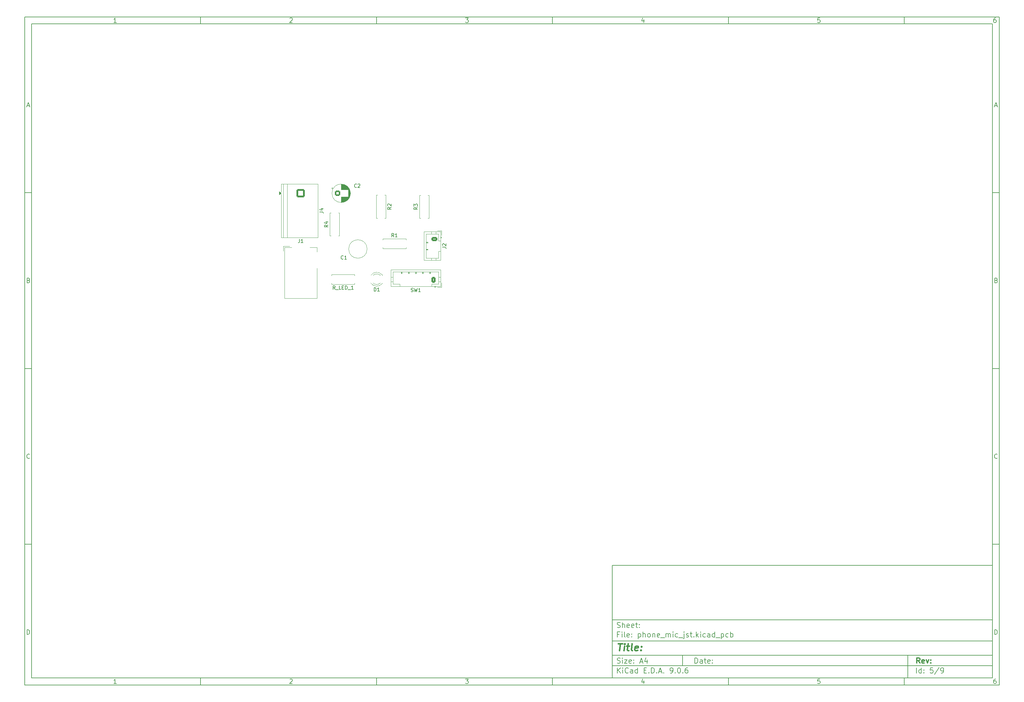
<source format=gto>
%TF.GenerationSoftware,KiCad,Pcbnew,9.0.6-9.0.6~ubuntu24.04.1*%
%TF.CreationDate,2025-11-30T17:34:31+01:00*%
%TF.ProjectId,phone_mic_jst,70686f6e-655f-46d6-9963-5f6a73742e6b,rev?*%
%TF.SameCoordinates,Original*%
%TF.FileFunction,Legend,Top*%
%TF.FilePolarity,Positive*%
%FSLAX46Y46*%
G04 Gerber Fmt 4.6, Leading zero omitted, Abs format (unit mm)*
G04 Created by KiCad (PCBNEW 9.0.6-9.0.6~ubuntu24.04.1) date 2025-11-30 17:34:31*
%MOMM*%
%LPD*%
G01*
G04 APERTURE LIST*
G04 Aperture macros list*
%AMRoundRect*
0 Rectangle with rounded corners*
0 $1 Rounding radius*
0 $2 $3 $4 $5 $6 $7 $8 $9 X,Y pos of 4 corners*
0 Add a 4 corners polygon primitive as box body*
4,1,4,$2,$3,$4,$5,$6,$7,$8,$9,$2,$3,0*
0 Add four circle primitives for the rounded corners*
1,1,$1+$1,$2,$3*
1,1,$1+$1,$4,$5*
1,1,$1+$1,$6,$7*
1,1,$1+$1,$8,$9*
0 Add four rect primitives between the rounded corners*
20,1,$1+$1,$2,$3,$4,$5,0*
20,1,$1+$1,$4,$5,$6,$7,0*
20,1,$1+$1,$6,$7,$8,$9,0*
20,1,$1+$1,$8,$9,$2,$3,0*%
G04 Aperture macros list end*
%ADD10C,0.100000*%
%ADD11C,0.150000*%
%ADD12C,0.300000*%
%ADD13C,0.400000*%
%ADD14C,0.120000*%
%ADD15R,1.800000X1.800000*%
%ADD16C,1.800000*%
%ADD17RoundRect,0.250000X0.350000X0.625000X-0.350000X0.625000X-0.350000X-0.625000X0.350000X-0.625000X0*%
%ADD18O,1.200000X1.750000*%
%ADD19C,1.600000*%
%ADD20C,3.500000*%
%ADD21RoundRect,0.250000X-0.625000X0.350000X-0.625000X-0.350000X0.625000X-0.350000X0.625000X0.350000X0*%
%ADD22O,1.750000X1.200000*%
%ADD23R,4.600000X2.000000*%
%ADD24O,4.200000X2.000000*%
%ADD25O,2.000000X4.200000*%
%ADD26RoundRect,0.250000X-0.550000X-0.550000X0.550000X-0.550000X0.550000X0.550000X-0.550000X0.550000X0*%
%ADD27RoundRect,0.250001X-0.949999X0.949999X-0.949999X-0.949999X0.949999X-0.949999X0.949999X0.949999X0*%
%ADD28C,2.400000*%
G04 APERTURE END LIST*
D10*
D11*
X177002200Y-166007200D02*
X285002200Y-166007200D01*
X285002200Y-198007200D01*
X177002200Y-198007200D01*
X177002200Y-166007200D01*
D10*
D11*
X10000000Y-10000000D02*
X287002200Y-10000000D01*
X287002200Y-200007200D01*
X10000000Y-200007200D01*
X10000000Y-10000000D01*
D10*
D11*
X12000000Y-12000000D02*
X285002200Y-12000000D01*
X285002200Y-198007200D01*
X12000000Y-198007200D01*
X12000000Y-12000000D01*
D10*
D11*
X60000000Y-12000000D02*
X60000000Y-10000000D01*
D10*
D11*
X110000000Y-12000000D02*
X110000000Y-10000000D01*
D10*
D11*
X160000000Y-12000000D02*
X160000000Y-10000000D01*
D10*
D11*
X210000000Y-12000000D02*
X210000000Y-10000000D01*
D10*
D11*
X260000000Y-12000000D02*
X260000000Y-10000000D01*
D10*
D11*
X36089160Y-11593604D02*
X35346303Y-11593604D01*
X35717731Y-11593604D02*
X35717731Y-10293604D01*
X35717731Y-10293604D02*
X35593922Y-10479319D01*
X35593922Y-10479319D02*
X35470112Y-10603128D01*
X35470112Y-10603128D02*
X35346303Y-10665033D01*
D10*
D11*
X85346303Y-10417414D02*
X85408207Y-10355509D01*
X85408207Y-10355509D02*
X85532017Y-10293604D01*
X85532017Y-10293604D02*
X85841541Y-10293604D01*
X85841541Y-10293604D02*
X85965350Y-10355509D01*
X85965350Y-10355509D02*
X86027255Y-10417414D01*
X86027255Y-10417414D02*
X86089160Y-10541223D01*
X86089160Y-10541223D02*
X86089160Y-10665033D01*
X86089160Y-10665033D02*
X86027255Y-10850747D01*
X86027255Y-10850747D02*
X85284398Y-11593604D01*
X85284398Y-11593604D02*
X86089160Y-11593604D01*
D10*
D11*
X135284398Y-10293604D02*
X136089160Y-10293604D01*
X136089160Y-10293604D02*
X135655826Y-10788842D01*
X135655826Y-10788842D02*
X135841541Y-10788842D01*
X135841541Y-10788842D02*
X135965350Y-10850747D01*
X135965350Y-10850747D02*
X136027255Y-10912652D01*
X136027255Y-10912652D02*
X136089160Y-11036461D01*
X136089160Y-11036461D02*
X136089160Y-11345985D01*
X136089160Y-11345985D02*
X136027255Y-11469795D01*
X136027255Y-11469795D02*
X135965350Y-11531700D01*
X135965350Y-11531700D02*
X135841541Y-11593604D01*
X135841541Y-11593604D02*
X135470112Y-11593604D01*
X135470112Y-11593604D02*
X135346303Y-11531700D01*
X135346303Y-11531700D02*
X135284398Y-11469795D01*
D10*
D11*
X185965350Y-10726938D02*
X185965350Y-11593604D01*
X185655826Y-10231700D02*
X185346303Y-11160271D01*
X185346303Y-11160271D02*
X186151064Y-11160271D01*
D10*
D11*
X236027255Y-10293604D02*
X235408207Y-10293604D01*
X235408207Y-10293604D02*
X235346303Y-10912652D01*
X235346303Y-10912652D02*
X235408207Y-10850747D01*
X235408207Y-10850747D02*
X235532017Y-10788842D01*
X235532017Y-10788842D02*
X235841541Y-10788842D01*
X235841541Y-10788842D02*
X235965350Y-10850747D01*
X235965350Y-10850747D02*
X236027255Y-10912652D01*
X236027255Y-10912652D02*
X236089160Y-11036461D01*
X236089160Y-11036461D02*
X236089160Y-11345985D01*
X236089160Y-11345985D02*
X236027255Y-11469795D01*
X236027255Y-11469795D02*
X235965350Y-11531700D01*
X235965350Y-11531700D02*
X235841541Y-11593604D01*
X235841541Y-11593604D02*
X235532017Y-11593604D01*
X235532017Y-11593604D02*
X235408207Y-11531700D01*
X235408207Y-11531700D02*
X235346303Y-11469795D01*
D10*
D11*
X285965350Y-10293604D02*
X285717731Y-10293604D01*
X285717731Y-10293604D02*
X285593922Y-10355509D01*
X285593922Y-10355509D02*
X285532017Y-10417414D01*
X285532017Y-10417414D02*
X285408207Y-10603128D01*
X285408207Y-10603128D02*
X285346303Y-10850747D01*
X285346303Y-10850747D02*
X285346303Y-11345985D01*
X285346303Y-11345985D02*
X285408207Y-11469795D01*
X285408207Y-11469795D02*
X285470112Y-11531700D01*
X285470112Y-11531700D02*
X285593922Y-11593604D01*
X285593922Y-11593604D02*
X285841541Y-11593604D01*
X285841541Y-11593604D02*
X285965350Y-11531700D01*
X285965350Y-11531700D02*
X286027255Y-11469795D01*
X286027255Y-11469795D02*
X286089160Y-11345985D01*
X286089160Y-11345985D02*
X286089160Y-11036461D01*
X286089160Y-11036461D02*
X286027255Y-10912652D01*
X286027255Y-10912652D02*
X285965350Y-10850747D01*
X285965350Y-10850747D02*
X285841541Y-10788842D01*
X285841541Y-10788842D02*
X285593922Y-10788842D01*
X285593922Y-10788842D02*
X285470112Y-10850747D01*
X285470112Y-10850747D02*
X285408207Y-10912652D01*
X285408207Y-10912652D02*
X285346303Y-11036461D01*
D10*
D11*
X60000000Y-198007200D02*
X60000000Y-200007200D01*
D10*
D11*
X110000000Y-198007200D02*
X110000000Y-200007200D01*
D10*
D11*
X160000000Y-198007200D02*
X160000000Y-200007200D01*
D10*
D11*
X210000000Y-198007200D02*
X210000000Y-200007200D01*
D10*
D11*
X260000000Y-198007200D02*
X260000000Y-200007200D01*
D10*
D11*
X36089160Y-199600804D02*
X35346303Y-199600804D01*
X35717731Y-199600804D02*
X35717731Y-198300804D01*
X35717731Y-198300804D02*
X35593922Y-198486519D01*
X35593922Y-198486519D02*
X35470112Y-198610328D01*
X35470112Y-198610328D02*
X35346303Y-198672233D01*
D10*
D11*
X85346303Y-198424614D02*
X85408207Y-198362709D01*
X85408207Y-198362709D02*
X85532017Y-198300804D01*
X85532017Y-198300804D02*
X85841541Y-198300804D01*
X85841541Y-198300804D02*
X85965350Y-198362709D01*
X85965350Y-198362709D02*
X86027255Y-198424614D01*
X86027255Y-198424614D02*
X86089160Y-198548423D01*
X86089160Y-198548423D02*
X86089160Y-198672233D01*
X86089160Y-198672233D02*
X86027255Y-198857947D01*
X86027255Y-198857947D02*
X85284398Y-199600804D01*
X85284398Y-199600804D02*
X86089160Y-199600804D01*
D10*
D11*
X135284398Y-198300804D02*
X136089160Y-198300804D01*
X136089160Y-198300804D02*
X135655826Y-198796042D01*
X135655826Y-198796042D02*
X135841541Y-198796042D01*
X135841541Y-198796042D02*
X135965350Y-198857947D01*
X135965350Y-198857947D02*
X136027255Y-198919852D01*
X136027255Y-198919852D02*
X136089160Y-199043661D01*
X136089160Y-199043661D02*
X136089160Y-199353185D01*
X136089160Y-199353185D02*
X136027255Y-199476995D01*
X136027255Y-199476995D02*
X135965350Y-199538900D01*
X135965350Y-199538900D02*
X135841541Y-199600804D01*
X135841541Y-199600804D02*
X135470112Y-199600804D01*
X135470112Y-199600804D02*
X135346303Y-199538900D01*
X135346303Y-199538900D02*
X135284398Y-199476995D01*
D10*
D11*
X185965350Y-198734138D02*
X185965350Y-199600804D01*
X185655826Y-198238900D02*
X185346303Y-199167471D01*
X185346303Y-199167471D02*
X186151064Y-199167471D01*
D10*
D11*
X236027255Y-198300804D02*
X235408207Y-198300804D01*
X235408207Y-198300804D02*
X235346303Y-198919852D01*
X235346303Y-198919852D02*
X235408207Y-198857947D01*
X235408207Y-198857947D02*
X235532017Y-198796042D01*
X235532017Y-198796042D02*
X235841541Y-198796042D01*
X235841541Y-198796042D02*
X235965350Y-198857947D01*
X235965350Y-198857947D02*
X236027255Y-198919852D01*
X236027255Y-198919852D02*
X236089160Y-199043661D01*
X236089160Y-199043661D02*
X236089160Y-199353185D01*
X236089160Y-199353185D02*
X236027255Y-199476995D01*
X236027255Y-199476995D02*
X235965350Y-199538900D01*
X235965350Y-199538900D02*
X235841541Y-199600804D01*
X235841541Y-199600804D02*
X235532017Y-199600804D01*
X235532017Y-199600804D02*
X235408207Y-199538900D01*
X235408207Y-199538900D02*
X235346303Y-199476995D01*
D10*
D11*
X285965350Y-198300804D02*
X285717731Y-198300804D01*
X285717731Y-198300804D02*
X285593922Y-198362709D01*
X285593922Y-198362709D02*
X285532017Y-198424614D01*
X285532017Y-198424614D02*
X285408207Y-198610328D01*
X285408207Y-198610328D02*
X285346303Y-198857947D01*
X285346303Y-198857947D02*
X285346303Y-199353185D01*
X285346303Y-199353185D02*
X285408207Y-199476995D01*
X285408207Y-199476995D02*
X285470112Y-199538900D01*
X285470112Y-199538900D02*
X285593922Y-199600804D01*
X285593922Y-199600804D02*
X285841541Y-199600804D01*
X285841541Y-199600804D02*
X285965350Y-199538900D01*
X285965350Y-199538900D02*
X286027255Y-199476995D01*
X286027255Y-199476995D02*
X286089160Y-199353185D01*
X286089160Y-199353185D02*
X286089160Y-199043661D01*
X286089160Y-199043661D02*
X286027255Y-198919852D01*
X286027255Y-198919852D02*
X285965350Y-198857947D01*
X285965350Y-198857947D02*
X285841541Y-198796042D01*
X285841541Y-198796042D02*
X285593922Y-198796042D01*
X285593922Y-198796042D02*
X285470112Y-198857947D01*
X285470112Y-198857947D02*
X285408207Y-198919852D01*
X285408207Y-198919852D02*
X285346303Y-199043661D01*
D10*
D11*
X10000000Y-60000000D02*
X12000000Y-60000000D01*
D10*
D11*
X10000000Y-110000000D02*
X12000000Y-110000000D01*
D10*
D11*
X10000000Y-160000000D02*
X12000000Y-160000000D01*
D10*
D11*
X10690476Y-35222176D02*
X11309523Y-35222176D01*
X10566666Y-35593604D02*
X10999999Y-34293604D01*
X10999999Y-34293604D02*
X11433333Y-35593604D01*
D10*
D11*
X11092857Y-84912652D02*
X11278571Y-84974557D01*
X11278571Y-84974557D02*
X11340476Y-85036461D01*
X11340476Y-85036461D02*
X11402380Y-85160271D01*
X11402380Y-85160271D02*
X11402380Y-85345985D01*
X11402380Y-85345985D02*
X11340476Y-85469795D01*
X11340476Y-85469795D02*
X11278571Y-85531700D01*
X11278571Y-85531700D02*
X11154761Y-85593604D01*
X11154761Y-85593604D02*
X10659523Y-85593604D01*
X10659523Y-85593604D02*
X10659523Y-84293604D01*
X10659523Y-84293604D02*
X11092857Y-84293604D01*
X11092857Y-84293604D02*
X11216666Y-84355509D01*
X11216666Y-84355509D02*
X11278571Y-84417414D01*
X11278571Y-84417414D02*
X11340476Y-84541223D01*
X11340476Y-84541223D02*
X11340476Y-84665033D01*
X11340476Y-84665033D02*
X11278571Y-84788842D01*
X11278571Y-84788842D02*
X11216666Y-84850747D01*
X11216666Y-84850747D02*
X11092857Y-84912652D01*
X11092857Y-84912652D02*
X10659523Y-84912652D01*
D10*
D11*
X11402380Y-135469795D02*
X11340476Y-135531700D01*
X11340476Y-135531700D02*
X11154761Y-135593604D01*
X11154761Y-135593604D02*
X11030952Y-135593604D01*
X11030952Y-135593604D02*
X10845238Y-135531700D01*
X10845238Y-135531700D02*
X10721428Y-135407890D01*
X10721428Y-135407890D02*
X10659523Y-135284080D01*
X10659523Y-135284080D02*
X10597619Y-135036461D01*
X10597619Y-135036461D02*
X10597619Y-134850747D01*
X10597619Y-134850747D02*
X10659523Y-134603128D01*
X10659523Y-134603128D02*
X10721428Y-134479319D01*
X10721428Y-134479319D02*
X10845238Y-134355509D01*
X10845238Y-134355509D02*
X11030952Y-134293604D01*
X11030952Y-134293604D02*
X11154761Y-134293604D01*
X11154761Y-134293604D02*
X11340476Y-134355509D01*
X11340476Y-134355509D02*
X11402380Y-134417414D01*
D10*
D11*
X10659523Y-185593604D02*
X10659523Y-184293604D01*
X10659523Y-184293604D02*
X10969047Y-184293604D01*
X10969047Y-184293604D02*
X11154761Y-184355509D01*
X11154761Y-184355509D02*
X11278571Y-184479319D01*
X11278571Y-184479319D02*
X11340476Y-184603128D01*
X11340476Y-184603128D02*
X11402380Y-184850747D01*
X11402380Y-184850747D02*
X11402380Y-185036461D01*
X11402380Y-185036461D02*
X11340476Y-185284080D01*
X11340476Y-185284080D02*
X11278571Y-185407890D01*
X11278571Y-185407890D02*
X11154761Y-185531700D01*
X11154761Y-185531700D02*
X10969047Y-185593604D01*
X10969047Y-185593604D02*
X10659523Y-185593604D01*
D10*
D11*
X287002200Y-60000000D02*
X285002200Y-60000000D01*
D10*
D11*
X287002200Y-110000000D02*
X285002200Y-110000000D01*
D10*
D11*
X287002200Y-160000000D02*
X285002200Y-160000000D01*
D10*
D11*
X285692676Y-35222176D02*
X286311723Y-35222176D01*
X285568866Y-35593604D02*
X286002199Y-34293604D01*
X286002199Y-34293604D02*
X286435533Y-35593604D01*
D10*
D11*
X286095057Y-84912652D02*
X286280771Y-84974557D01*
X286280771Y-84974557D02*
X286342676Y-85036461D01*
X286342676Y-85036461D02*
X286404580Y-85160271D01*
X286404580Y-85160271D02*
X286404580Y-85345985D01*
X286404580Y-85345985D02*
X286342676Y-85469795D01*
X286342676Y-85469795D02*
X286280771Y-85531700D01*
X286280771Y-85531700D02*
X286156961Y-85593604D01*
X286156961Y-85593604D02*
X285661723Y-85593604D01*
X285661723Y-85593604D02*
X285661723Y-84293604D01*
X285661723Y-84293604D02*
X286095057Y-84293604D01*
X286095057Y-84293604D02*
X286218866Y-84355509D01*
X286218866Y-84355509D02*
X286280771Y-84417414D01*
X286280771Y-84417414D02*
X286342676Y-84541223D01*
X286342676Y-84541223D02*
X286342676Y-84665033D01*
X286342676Y-84665033D02*
X286280771Y-84788842D01*
X286280771Y-84788842D02*
X286218866Y-84850747D01*
X286218866Y-84850747D02*
X286095057Y-84912652D01*
X286095057Y-84912652D02*
X285661723Y-84912652D01*
D10*
D11*
X286404580Y-135469795D02*
X286342676Y-135531700D01*
X286342676Y-135531700D02*
X286156961Y-135593604D01*
X286156961Y-135593604D02*
X286033152Y-135593604D01*
X286033152Y-135593604D02*
X285847438Y-135531700D01*
X285847438Y-135531700D02*
X285723628Y-135407890D01*
X285723628Y-135407890D02*
X285661723Y-135284080D01*
X285661723Y-135284080D02*
X285599819Y-135036461D01*
X285599819Y-135036461D02*
X285599819Y-134850747D01*
X285599819Y-134850747D02*
X285661723Y-134603128D01*
X285661723Y-134603128D02*
X285723628Y-134479319D01*
X285723628Y-134479319D02*
X285847438Y-134355509D01*
X285847438Y-134355509D02*
X286033152Y-134293604D01*
X286033152Y-134293604D02*
X286156961Y-134293604D01*
X286156961Y-134293604D02*
X286342676Y-134355509D01*
X286342676Y-134355509D02*
X286404580Y-134417414D01*
D10*
D11*
X285661723Y-185593604D02*
X285661723Y-184293604D01*
X285661723Y-184293604D02*
X285971247Y-184293604D01*
X285971247Y-184293604D02*
X286156961Y-184355509D01*
X286156961Y-184355509D02*
X286280771Y-184479319D01*
X286280771Y-184479319D02*
X286342676Y-184603128D01*
X286342676Y-184603128D02*
X286404580Y-184850747D01*
X286404580Y-184850747D02*
X286404580Y-185036461D01*
X286404580Y-185036461D02*
X286342676Y-185284080D01*
X286342676Y-185284080D02*
X286280771Y-185407890D01*
X286280771Y-185407890D02*
X286156961Y-185531700D01*
X286156961Y-185531700D02*
X285971247Y-185593604D01*
X285971247Y-185593604D02*
X285661723Y-185593604D01*
D10*
D11*
X200458026Y-193793328D02*
X200458026Y-192293328D01*
X200458026Y-192293328D02*
X200815169Y-192293328D01*
X200815169Y-192293328D02*
X201029455Y-192364757D01*
X201029455Y-192364757D02*
X201172312Y-192507614D01*
X201172312Y-192507614D02*
X201243741Y-192650471D01*
X201243741Y-192650471D02*
X201315169Y-192936185D01*
X201315169Y-192936185D02*
X201315169Y-193150471D01*
X201315169Y-193150471D02*
X201243741Y-193436185D01*
X201243741Y-193436185D02*
X201172312Y-193579042D01*
X201172312Y-193579042D02*
X201029455Y-193721900D01*
X201029455Y-193721900D02*
X200815169Y-193793328D01*
X200815169Y-193793328D02*
X200458026Y-193793328D01*
X202600884Y-193793328D02*
X202600884Y-193007614D01*
X202600884Y-193007614D02*
X202529455Y-192864757D01*
X202529455Y-192864757D02*
X202386598Y-192793328D01*
X202386598Y-192793328D02*
X202100884Y-192793328D01*
X202100884Y-192793328D02*
X201958026Y-192864757D01*
X202600884Y-193721900D02*
X202458026Y-193793328D01*
X202458026Y-193793328D02*
X202100884Y-193793328D01*
X202100884Y-193793328D02*
X201958026Y-193721900D01*
X201958026Y-193721900D02*
X201886598Y-193579042D01*
X201886598Y-193579042D02*
X201886598Y-193436185D01*
X201886598Y-193436185D02*
X201958026Y-193293328D01*
X201958026Y-193293328D02*
X202100884Y-193221900D01*
X202100884Y-193221900D02*
X202458026Y-193221900D01*
X202458026Y-193221900D02*
X202600884Y-193150471D01*
X203100884Y-192793328D02*
X203672312Y-192793328D01*
X203315169Y-192293328D02*
X203315169Y-193579042D01*
X203315169Y-193579042D02*
X203386598Y-193721900D01*
X203386598Y-193721900D02*
X203529455Y-193793328D01*
X203529455Y-193793328D02*
X203672312Y-193793328D01*
X204743741Y-193721900D02*
X204600884Y-193793328D01*
X204600884Y-193793328D02*
X204315170Y-193793328D01*
X204315170Y-193793328D02*
X204172312Y-193721900D01*
X204172312Y-193721900D02*
X204100884Y-193579042D01*
X204100884Y-193579042D02*
X204100884Y-193007614D01*
X204100884Y-193007614D02*
X204172312Y-192864757D01*
X204172312Y-192864757D02*
X204315170Y-192793328D01*
X204315170Y-192793328D02*
X204600884Y-192793328D01*
X204600884Y-192793328D02*
X204743741Y-192864757D01*
X204743741Y-192864757D02*
X204815170Y-193007614D01*
X204815170Y-193007614D02*
X204815170Y-193150471D01*
X204815170Y-193150471D02*
X204100884Y-193293328D01*
X205458026Y-193650471D02*
X205529455Y-193721900D01*
X205529455Y-193721900D02*
X205458026Y-193793328D01*
X205458026Y-193793328D02*
X205386598Y-193721900D01*
X205386598Y-193721900D02*
X205458026Y-193650471D01*
X205458026Y-193650471D02*
X205458026Y-193793328D01*
X205458026Y-192864757D02*
X205529455Y-192936185D01*
X205529455Y-192936185D02*
X205458026Y-193007614D01*
X205458026Y-193007614D02*
X205386598Y-192936185D01*
X205386598Y-192936185D02*
X205458026Y-192864757D01*
X205458026Y-192864757D02*
X205458026Y-193007614D01*
D10*
D11*
X177002200Y-194507200D02*
X285002200Y-194507200D01*
D10*
D11*
X178458026Y-196593328D02*
X178458026Y-195093328D01*
X179315169Y-196593328D02*
X178672312Y-195736185D01*
X179315169Y-195093328D02*
X178458026Y-195950471D01*
X179958026Y-196593328D02*
X179958026Y-195593328D01*
X179958026Y-195093328D02*
X179886598Y-195164757D01*
X179886598Y-195164757D02*
X179958026Y-195236185D01*
X179958026Y-195236185D02*
X180029455Y-195164757D01*
X180029455Y-195164757D02*
X179958026Y-195093328D01*
X179958026Y-195093328D02*
X179958026Y-195236185D01*
X181529455Y-196450471D02*
X181458027Y-196521900D01*
X181458027Y-196521900D02*
X181243741Y-196593328D01*
X181243741Y-196593328D02*
X181100884Y-196593328D01*
X181100884Y-196593328D02*
X180886598Y-196521900D01*
X180886598Y-196521900D02*
X180743741Y-196379042D01*
X180743741Y-196379042D02*
X180672312Y-196236185D01*
X180672312Y-196236185D02*
X180600884Y-195950471D01*
X180600884Y-195950471D02*
X180600884Y-195736185D01*
X180600884Y-195736185D02*
X180672312Y-195450471D01*
X180672312Y-195450471D02*
X180743741Y-195307614D01*
X180743741Y-195307614D02*
X180886598Y-195164757D01*
X180886598Y-195164757D02*
X181100884Y-195093328D01*
X181100884Y-195093328D02*
X181243741Y-195093328D01*
X181243741Y-195093328D02*
X181458027Y-195164757D01*
X181458027Y-195164757D02*
X181529455Y-195236185D01*
X182815170Y-196593328D02*
X182815170Y-195807614D01*
X182815170Y-195807614D02*
X182743741Y-195664757D01*
X182743741Y-195664757D02*
X182600884Y-195593328D01*
X182600884Y-195593328D02*
X182315170Y-195593328D01*
X182315170Y-195593328D02*
X182172312Y-195664757D01*
X182815170Y-196521900D02*
X182672312Y-196593328D01*
X182672312Y-196593328D02*
X182315170Y-196593328D01*
X182315170Y-196593328D02*
X182172312Y-196521900D01*
X182172312Y-196521900D02*
X182100884Y-196379042D01*
X182100884Y-196379042D02*
X182100884Y-196236185D01*
X182100884Y-196236185D02*
X182172312Y-196093328D01*
X182172312Y-196093328D02*
X182315170Y-196021900D01*
X182315170Y-196021900D02*
X182672312Y-196021900D01*
X182672312Y-196021900D02*
X182815170Y-195950471D01*
X184172313Y-196593328D02*
X184172313Y-195093328D01*
X184172313Y-196521900D02*
X184029455Y-196593328D01*
X184029455Y-196593328D02*
X183743741Y-196593328D01*
X183743741Y-196593328D02*
X183600884Y-196521900D01*
X183600884Y-196521900D02*
X183529455Y-196450471D01*
X183529455Y-196450471D02*
X183458027Y-196307614D01*
X183458027Y-196307614D02*
X183458027Y-195879042D01*
X183458027Y-195879042D02*
X183529455Y-195736185D01*
X183529455Y-195736185D02*
X183600884Y-195664757D01*
X183600884Y-195664757D02*
X183743741Y-195593328D01*
X183743741Y-195593328D02*
X184029455Y-195593328D01*
X184029455Y-195593328D02*
X184172313Y-195664757D01*
X186029455Y-195807614D02*
X186529455Y-195807614D01*
X186743741Y-196593328D02*
X186029455Y-196593328D01*
X186029455Y-196593328D02*
X186029455Y-195093328D01*
X186029455Y-195093328D02*
X186743741Y-195093328D01*
X187386598Y-196450471D02*
X187458027Y-196521900D01*
X187458027Y-196521900D02*
X187386598Y-196593328D01*
X187386598Y-196593328D02*
X187315170Y-196521900D01*
X187315170Y-196521900D02*
X187386598Y-196450471D01*
X187386598Y-196450471D02*
X187386598Y-196593328D01*
X188100884Y-196593328D02*
X188100884Y-195093328D01*
X188100884Y-195093328D02*
X188458027Y-195093328D01*
X188458027Y-195093328D02*
X188672313Y-195164757D01*
X188672313Y-195164757D02*
X188815170Y-195307614D01*
X188815170Y-195307614D02*
X188886599Y-195450471D01*
X188886599Y-195450471D02*
X188958027Y-195736185D01*
X188958027Y-195736185D02*
X188958027Y-195950471D01*
X188958027Y-195950471D02*
X188886599Y-196236185D01*
X188886599Y-196236185D02*
X188815170Y-196379042D01*
X188815170Y-196379042D02*
X188672313Y-196521900D01*
X188672313Y-196521900D02*
X188458027Y-196593328D01*
X188458027Y-196593328D02*
X188100884Y-196593328D01*
X189600884Y-196450471D02*
X189672313Y-196521900D01*
X189672313Y-196521900D02*
X189600884Y-196593328D01*
X189600884Y-196593328D02*
X189529456Y-196521900D01*
X189529456Y-196521900D02*
X189600884Y-196450471D01*
X189600884Y-196450471D02*
X189600884Y-196593328D01*
X190243742Y-196164757D02*
X190958028Y-196164757D01*
X190100885Y-196593328D02*
X190600885Y-195093328D01*
X190600885Y-195093328D02*
X191100885Y-196593328D01*
X191600884Y-196450471D02*
X191672313Y-196521900D01*
X191672313Y-196521900D02*
X191600884Y-196593328D01*
X191600884Y-196593328D02*
X191529456Y-196521900D01*
X191529456Y-196521900D02*
X191600884Y-196450471D01*
X191600884Y-196450471D02*
X191600884Y-196593328D01*
X193529456Y-196593328D02*
X193815170Y-196593328D01*
X193815170Y-196593328D02*
X193958027Y-196521900D01*
X193958027Y-196521900D02*
X194029456Y-196450471D01*
X194029456Y-196450471D02*
X194172313Y-196236185D01*
X194172313Y-196236185D02*
X194243742Y-195950471D01*
X194243742Y-195950471D02*
X194243742Y-195379042D01*
X194243742Y-195379042D02*
X194172313Y-195236185D01*
X194172313Y-195236185D02*
X194100885Y-195164757D01*
X194100885Y-195164757D02*
X193958027Y-195093328D01*
X193958027Y-195093328D02*
X193672313Y-195093328D01*
X193672313Y-195093328D02*
X193529456Y-195164757D01*
X193529456Y-195164757D02*
X193458027Y-195236185D01*
X193458027Y-195236185D02*
X193386599Y-195379042D01*
X193386599Y-195379042D02*
X193386599Y-195736185D01*
X193386599Y-195736185D02*
X193458027Y-195879042D01*
X193458027Y-195879042D02*
X193529456Y-195950471D01*
X193529456Y-195950471D02*
X193672313Y-196021900D01*
X193672313Y-196021900D02*
X193958027Y-196021900D01*
X193958027Y-196021900D02*
X194100885Y-195950471D01*
X194100885Y-195950471D02*
X194172313Y-195879042D01*
X194172313Y-195879042D02*
X194243742Y-195736185D01*
X194886598Y-196450471D02*
X194958027Y-196521900D01*
X194958027Y-196521900D02*
X194886598Y-196593328D01*
X194886598Y-196593328D02*
X194815170Y-196521900D01*
X194815170Y-196521900D02*
X194886598Y-196450471D01*
X194886598Y-196450471D02*
X194886598Y-196593328D01*
X195886599Y-195093328D02*
X196029456Y-195093328D01*
X196029456Y-195093328D02*
X196172313Y-195164757D01*
X196172313Y-195164757D02*
X196243742Y-195236185D01*
X196243742Y-195236185D02*
X196315170Y-195379042D01*
X196315170Y-195379042D02*
X196386599Y-195664757D01*
X196386599Y-195664757D02*
X196386599Y-196021900D01*
X196386599Y-196021900D02*
X196315170Y-196307614D01*
X196315170Y-196307614D02*
X196243742Y-196450471D01*
X196243742Y-196450471D02*
X196172313Y-196521900D01*
X196172313Y-196521900D02*
X196029456Y-196593328D01*
X196029456Y-196593328D02*
X195886599Y-196593328D01*
X195886599Y-196593328D02*
X195743742Y-196521900D01*
X195743742Y-196521900D02*
X195672313Y-196450471D01*
X195672313Y-196450471D02*
X195600884Y-196307614D01*
X195600884Y-196307614D02*
X195529456Y-196021900D01*
X195529456Y-196021900D02*
X195529456Y-195664757D01*
X195529456Y-195664757D02*
X195600884Y-195379042D01*
X195600884Y-195379042D02*
X195672313Y-195236185D01*
X195672313Y-195236185D02*
X195743742Y-195164757D01*
X195743742Y-195164757D02*
X195886599Y-195093328D01*
X197029455Y-196450471D02*
X197100884Y-196521900D01*
X197100884Y-196521900D02*
X197029455Y-196593328D01*
X197029455Y-196593328D02*
X196958027Y-196521900D01*
X196958027Y-196521900D02*
X197029455Y-196450471D01*
X197029455Y-196450471D02*
X197029455Y-196593328D01*
X198386599Y-195093328D02*
X198100884Y-195093328D01*
X198100884Y-195093328D02*
X197958027Y-195164757D01*
X197958027Y-195164757D02*
X197886599Y-195236185D01*
X197886599Y-195236185D02*
X197743741Y-195450471D01*
X197743741Y-195450471D02*
X197672313Y-195736185D01*
X197672313Y-195736185D02*
X197672313Y-196307614D01*
X197672313Y-196307614D02*
X197743741Y-196450471D01*
X197743741Y-196450471D02*
X197815170Y-196521900D01*
X197815170Y-196521900D02*
X197958027Y-196593328D01*
X197958027Y-196593328D02*
X198243741Y-196593328D01*
X198243741Y-196593328D02*
X198386599Y-196521900D01*
X198386599Y-196521900D02*
X198458027Y-196450471D01*
X198458027Y-196450471D02*
X198529456Y-196307614D01*
X198529456Y-196307614D02*
X198529456Y-195950471D01*
X198529456Y-195950471D02*
X198458027Y-195807614D01*
X198458027Y-195807614D02*
X198386599Y-195736185D01*
X198386599Y-195736185D02*
X198243741Y-195664757D01*
X198243741Y-195664757D02*
X197958027Y-195664757D01*
X197958027Y-195664757D02*
X197815170Y-195736185D01*
X197815170Y-195736185D02*
X197743741Y-195807614D01*
X197743741Y-195807614D02*
X197672313Y-195950471D01*
D10*
D11*
X177002200Y-191507200D02*
X285002200Y-191507200D01*
D10*
D12*
X264413853Y-193785528D02*
X263913853Y-193071242D01*
X263556710Y-193785528D02*
X263556710Y-192285528D01*
X263556710Y-192285528D02*
X264128139Y-192285528D01*
X264128139Y-192285528D02*
X264270996Y-192356957D01*
X264270996Y-192356957D02*
X264342425Y-192428385D01*
X264342425Y-192428385D02*
X264413853Y-192571242D01*
X264413853Y-192571242D02*
X264413853Y-192785528D01*
X264413853Y-192785528D02*
X264342425Y-192928385D01*
X264342425Y-192928385D02*
X264270996Y-192999814D01*
X264270996Y-192999814D02*
X264128139Y-193071242D01*
X264128139Y-193071242D02*
X263556710Y-193071242D01*
X265628139Y-193714100D02*
X265485282Y-193785528D01*
X265485282Y-193785528D02*
X265199568Y-193785528D01*
X265199568Y-193785528D02*
X265056710Y-193714100D01*
X265056710Y-193714100D02*
X264985282Y-193571242D01*
X264985282Y-193571242D02*
X264985282Y-192999814D01*
X264985282Y-192999814D02*
X265056710Y-192856957D01*
X265056710Y-192856957D02*
X265199568Y-192785528D01*
X265199568Y-192785528D02*
X265485282Y-192785528D01*
X265485282Y-192785528D02*
X265628139Y-192856957D01*
X265628139Y-192856957D02*
X265699568Y-192999814D01*
X265699568Y-192999814D02*
X265699568Y-193142671D01*
X265699568Y-193142671D02*
X264985282Y-193285528D01*
X266199567Y-192785528D02*
X266556710Y-193785528D01*
X266556710Y-193785528D02*
X266913853Y-192785528D01*
X267485281Y-193642671D02*
X267556710Y-193714100D01*
X267556710Y-193714100D02*
X267485281Y-193785528D01*
X267485281Y-193785528D02*
X267413853Y-193714100D01*
X267413853Y-193714100D02*
X267485281Y-193642671D01*
X267485281Y-193642671D02*
X267485281Y-193785528D01*
X267485281Y-192856957D02*
X267556710Y-192928385D01*
X267556710Y-192928385D02*
X267485281Y-192999814D01*
X267485281Y-192999814D02*
X267413853Y-192928385D01*
X267413853Y-192928385D02*
X267485281Y-192856957D01*
X267485281Y-192856957D02*
X267485281Y-192999814D01*
D10*
D11*
X178386598Y-193721900D02*
X178600884Y-193793328D01*
X178600884Y-193793328D02*
X178958026Y-193793328D01*
X178958026Y-193793328D02*
X179100884Y-193721900D01*
X179100884Y-193721900D02*
X179172312Y-193650471D01*
X179172312Y-193650471D02*
X179243741Y-193507614D01*
X179243741Y-193507614D02*
X179243741Y-193364757D01*
X179243741Y-193364757D02*
X179172312Y-193221900D01*
X179172312Y-193221900D02*
X179100884Y-193150471D01*
X179100884Y-193150471D02*
X178958026Y-193079042D01*
X178958026Y-193079042D02*
X178672312Y-193007614D01*
X178672312Y-193007614D02*
X178529455Y-192936185D01*
X178529455Y-192936185D02*
X178458026Y-192864757D01*
X178458026Y-192864757D02*
X178386598Y-192721900D01*
X178386598Y-192721900D02*
X178386598Y-192579042D01*
X178386598Y-192579042D02*
X178458026Y-192436185D01*
X178458026Y-192436185D02*
X178529455Y-192364757D01*
X178529455Y-192364757D02*
X178672312Y-192293328D01*
X178672312Y-192293328D02*
X179029455Y-192293328D01*
X179029455Y-192293328D02*
X179243741Y-192364757D01*
X179886597Y-193793328D02*
X179886597Y-192793328D01*
X179886597Y-192293328D02*
X179815169Y-192364757D01*
X179815169Y-192364757D02*
X179886597Y-192436185D01*
X179886597Y-192436185D02*
X179958026Y-192364757D01*
X179958026Y-192364757D02*
X179886597Y-192293328D01*
X179886597Y-192293328D02*
X179886597Y-192436185D01*
X180458026Y-192793328D02*
X181243741Y-192793328D01*
X181243741Y-192793328D02*
X180458026Y-193793328D01*
X180458026Y-193793328D02*
X181243741Y-193793328D01*
X182386598Y-193721900D02*
X182243741Y-193793328D01*
X182243741Y-193793328D02*
X181958027Y-193793328D01*
X181958027Y-193793328D02*
X181815169Y-193721900D01*
X181815169Y-193721900D02*
X181743741Y-193579042D01*
X181743741Y-193579042D02*
X181743741Y-193007614D01*
X181743741Y-193007614D02*
X181815169Y-192864757D01*
X181815169Y-192864757D02*
X181958027Y-192793328D01*
X181958027Y-192793328D02*
X182243741Y-192793328D01*
X182243741Y-192793328D02*
X182386598Y-192864757D01*
X182386598Y-192864757D02*
X182458027Y-193007614D01*
X182458027Y-193007614D02*
X182458027Y-193150471D01*
X182458027Y-193150471D02*
X181743741Y-193293328D01*
X183100883Y-193650471D02*
X183172312Y-193721900D01*
X183172312Y-193721900D02*
X183100883Y-193793328D01*
X183100883Y-193793328D02*
X183029455Y-193721900D01*
X183029455Y-193721900D02*
X183100883Y-193650471D01*
X183100883Y-193650471D02*
X183100883Y-193793328D01*
X183100883Y-192864757D02*
X183172312Y-192936185D01*
X183172312Y-192936185D02*
X183100883Y-193007614D01*
X183100883Y-193007614D02*
X183029455Y-192936185D01*
X183029455Y-192936185D02*
X183100883Y-192864757D01*
X183100883Y-192864757D02*
X183100883Y-193007614D01*
X184886598Y-193364757D02*
X185600884Y-193364757D01*
X184743741Y-193793328D02*
X185243741Y-192293328D01*
X185243741Y-192293328D02*
X185743741Y-193793328D01*
X186886598Y-192793328D02*
X186886598Y-193793328D01*
X186529455Y-192221900D02*
X186172312Y-193293328D01*
X186172312Y-193293328D02*
X187100883Y-193293328D01*
D10*
D11*
X263458026Y-196593328D02*
X263458026Y-195093328D01*
X264815170Y-196593328D02*
X264815170Y-195093328D01*
X264815170Y-196521900D02*
X264672312Y-196593328D01*
X264672312Y-196593328D02*
X264386598Y-196593328D01*
X264386598Y-196593328D02*
X264243741Y-196521900D01*
X264243741Y-196521900D02*
X264172312Y-196450471D01*
X264172312Y-196450471D02*
X264100884Y-196307614D01*
X264100884Y-196307614D02*
X264100884Y-195879042D01*
X264100884Y-195879042D02*
X264172312Y-195736185D01*
X264172312Y-195736185D02*
X264243741Y-195664757D01*
X264243741Y-195664757D02*
X264386598Y-195593328D01*
X264386598Y-195593328D02*
X264672312Y-195593328D01*
X264672312Y-195593328D02*
X264815170Y-195664757D01*
X265529455Y-196450471D02*
X265600884Y-196521900D01*
X265600884Y-196521900D02*
X265529455Y-196593328D01*
X265529455Y-196593328D02*
X265458027Y-196521900D01*
X265458027Y-196521900D02*
X265529455Y-196450471D01*
X265529455Y-196450471D02*
X265529455Y-196593328D01*
X265529455Y-195664757D02*
X265600884Y-195736185D01*
X265600884Y-195736185D02*
X265529455Y-195807614D01*
X265529455Y-195807614D02*
X265458027Y-195736185D01*
X265458027Y-195736185D02*
X265529455Y-195664757D01*
X265529455Y-195664757D02*
X265529455Y-195807614D01*
X268100884Y-195093328D02*
X267386598Y-195093328D01*
X267386598Y-195093328D02*
X267315170Y-195807614D01*
X267315170Y-195807614D02*
X267386598Y-195736185D01*
X267386598Y-195736185D02*
X267529456Y-195664757D01*
X267529456Y-195664757D02*
X267886598Y-195664757D01*
X267886598Y-195664757D02*
X268029456Y-195736185D01*
X268029456Y-195736185D02*
X268100884Y-195807614D01*
X268100884Y-195807614D02*
X268172313Y-195950471D01*
X268172313Y-195950471D02*
X268172313Y-196307614D01*
X268172313Y-196307614D02*
X268100884Y-196450471D01*
X268100884Y-196450471D02*
X268029456Y-196521900D01*
X268029456Y-196521900D02*
X267886598Y-196593328D01*
X267886598Y-196593328D02*
X267529456Y-196593328D01*
X267529456Y-196593328D02*
X267386598Y-196521900D01*
X267386598Y-196521900D02*
X267315170Y-196450471D01*
X269886598Y-195021900D02*
X268600884Y-196950471D01*
X270458027Y-196593328D02*
X270743741Y-196593328D01*
X270743741Y-196593328D02*
X270886598Y-196521900D01*
X270886598Y-196521900D02*
X270958027Y-196450471D01*
X270958027Y-196450471D02*
X271100884Y-196236185D01*
X271100884Y-196236185D02*
X271172313Y-195950471D01*
X271172313Y-195950471D02*
X271172313Y-195379042D01*
X271172313Y-195379042D02*
X271100884Y-195236185D01*
X271100884Y-195236185D02*
X271029456Y-195164757D01*
X271029456Y-195164757D02*
X270886598Y-195093328D01*
X270886598Y-195093328D02*
X270600884Y-195093328D01*
X270600884Y-195093328D02*
X270458027Y-195164757D01*
X270458027Y-195164757D02*
X270386598Y-195236185D01*
X270386598Y-195236185D02*
X270315170Y-195379042D01*
X270315170Y-195379042D02*
X270315170Y-195736185D01*
X270315170Y-195736185D02*
X270386598Y-195879042D01*
X270386598Y-195879042D02*
X270458027Y-195950471D01*
X270458027Y-195950471D02*
X270600884Y-196021900D01*
X270600884Y-196021900D02*
X270886598Y-196021900D01*
X270886598Y-196021900D02*
X271029456Y-195950471D01*
X271029456Y-195950471D02*
X271100884Y-195879042D01*
X271100884Y-195879042D02*
X271172313Y-195736185D01*
D10*
D11*
X177002200Y-187507200D02*
X285002200Y-187507200D01*
D10*
D13*
X178693928Y-188211638D02*
X179836785Y-188211638D01*
X179015357Y-190211638D02*
X179265357Y-188211638D01*
X180253452Y-190211638D02*
X180420119Y-188878304D01*
X180503452Y-188211638D02*
X180396309Y-188306876D01*
X180396309Y-188306876D02*
X180479643Y-188402114D01*
X180479643Y-188402114D02*
X180586786Y-188306876D01*
X180586786Y-188306876D02*
X180503452Y-188211638D01*
X180503452Y-188211638D02*
X180479643Y-188402114D01*
X181086786Y-188878304D02*
X181848690Y-188878304D01*
X181455833Y-188211638D02*
X181241548Y-189925923D01*
X181241548Y-189925923D02*
X181312976Y-190116400D01*
X181312976Y-190116400D02*
X181491548Y-190211638D01*
X181491548Y-190211638D02*
X181682024Y-190211638D01*
X182634405Y-190211638D02*
X182455833Y-190116400D01*
X182455833Y-190116400D02*
X182384405Y-189925923D01*
X182384405Y-189925923D02*
X182598690Y-188211638D01*
X184170119Y-190116400D02*
X183967738Y-190211638D01*
X183967738Y-190211638D02*
X183586785Y-190211638D01*
X183586785Y-190211638D02*
X183408214Y-190116400D01*
X183408214Y-190116400D02*
X183336785Y-189925923D01*
X183336785Y-189925923D02*
X183432024Y-189164019D01*
X183432024Y-189164019D02*
X183551071Y-188973542D01*
X183551071Y-188973542D02*
X183753452Y-188878304D01*
X183753452Y-188878304D02*
X184134404Y-188878304D01*
X184134404Y-188878304D02*
X184312976Y-188973542D01*
X184312976Y-188973542D02*
X184384404Y-189164019D01*
X184384404Y-189164019D02*
X184360595Y-189354495D01*
X184360595Y-189354495D02*
X183384404Y-189544971D01*
X185134405Y-190021161D02*
X185217738Y-190116400D01*
X185217738Y-190116400D02*
X185110595Y-190211638D01*
X185110595Y-190211638D02*
X185027262Y-190116400D01*
X185027262Y-190116400D02*
X185134405Y-190021161D01*
X185134405Y-190021161D02*
X185110595Y-190211638D01*
X185265357Y-188973542D02*
X185348690Y-189068780D01*
X185348690Y-189068780D02*
X185241548Y-189164019D01*
X185241548Y-189164019D02*
X185158214Y-189068780D01*
X185158214Y-189068780D02*
X185265357Y-188973542D01*
X185265357Y-188973542D02*
X185241548Y-189164019D01*
D10*
D11*
X178958026Y-185607614D02*
X178458026Y-185607614D01*
X178458026Y-186393328D02*
X178458026Y-184893328D01*
X178458026Y-184893328D02*
X179172312Y-184893328D01*
X179743740Y-186393328D02*
X179743740Y-185393328D01*
X179743740Y-184893328D02*
X179672312Y-184964757D01*
X179672312Y-184964757D02*
X179743740Y-185036185D01*
X179743740Y-185036185D02*
X179815169Y-184964757D01*
X179815169Y-184964757D02*
X179743740Y-184893328D01*
X179743740Y-184893328D02*
X179743740Y-185036185D01*
X180672312Y-186393328D02*
X180529455Y-186321900D01*
X180529455Y-186321900D02*
X180458026Y-186179042D01*
X180458026Y-186179042D02*
X180458026Y-184893328D01*
X181815169Y-186321900D02*
X181672312Y-186393328D01*
X181672312Y-186393328D02*
X181386598Y-186393328D01*
X181386598Y-186393328D02*
X181243740Y-186321900D01*
X181243740Y-186321900D02*
X181172312Y-186179042D01*
X181172312Y-186179042D02*
X181172312Y-185607614D01*
X181172312Y-185607614D02*
X181243740Y-185464757D01*
X181243740Y-185464757D02*
X181386598Y-185393328D01*
X181386598Y-185393328D02*
X181672312Y-185393328D01*
X181672312Y-185393328D02*
X181815169Y-185464757D01*
X181815169Y-185464757D02*
X181886598Y-185607614D01*
X181886598Y-185607614D02*
X181886598Y-185750471D01*
X181886598Y-185750471D02*
X181172312Y-185893328D01*
X182529454Y-186250471D02*
X182600883Y-186321900D01*
X182600883Y-186321900D02*
X182529454Y-186393328D01*
X182529454Y-186393328D02*
X182458026Y-186321900D01*
X182458026Y-186321900D02*
X182529454Y-186250471D01*
X182529454Y-186250471D02*
X182529454Y-186393328D01*
X182529454Y-185464757D02*
X182600883Y-185536185D01*
X182600883Y-185536185D02*
X182529454Y-185607614D01*
X182529454Y-185607614D02*
X182458026Y-185536185D01*
X182458026Y-185536185D02*
X182529454Y-185464757D01*
X182529454Y-185464757D02*
X182529454Y-185607614D01*
X184386597Y-185393328D02*
X184386597Y-186893328D01*
X184386597Y-185464757D02*
X184529455Y-185393328D01*
X184529455Y-185393328D02*
X184815169Y-185393328D01*
X184815169Y-185393328D02*
X184958026Y-185464757D01*
X184958026Y-185464757D02*
X185029455Y-185536185D01*
X185029455Y-185536185D02*
X185100883Y-185679042D01*
X185100883Y-185679042D02*
X185100883Y-186107614D01*
X185100883Y-186107614D02*
X185029455Y-186250471D01*
X185029455Y-186250471D02*
X184958026Y-186321900D01*
X184958026Y-186321900D02*
X184815169Y-186393328D01*
X184815169Y-186393328D02*
X184529455Y-186393328D01*
X184529455Y-186393328D02*
X184386597Y-186321900D01*
X185743740Y-186393328D02*
X185743740Y-184893328D01*
X186386598Y-186393328D02*
X186386598Y-185607614D01*
X186386598Y-185607614D02*
X186315169Y-185464757D01*
X186315169Y-185464757D02*
X186172312Y-185393328D01*
X186172312Y-185393328D02*
X185958026Y-185393328D01*
X185958026Y-185393328D02*
X185815169Y-185464757D01*
X185815169Y-185464757D02*
X185743740Y-185536185D01*
X187315169Y-186393328D02*
X187172312Y-186321900D01*
X187172312Y-186321900D02*
X187100883Y-186250471D01*
X187100883Y-186250471D02*
X187029455Y-186107614D01*
X187029455Y-186107614D02*
X187029455Y-185679042D01*
X187029455Y-185679042D02*
X187100883Y-185536185D01*
X187100883Y-185536185D02*
X187172312Y-185464757D01*
X187172312Y-185464757D02*
X187315169Y-185393328D01*
X187315169Y-185393328D02*
X187529455Y-185393328D01*
X187529455Y-185393328D02*
X187672312Y-185464757D01*
X187672312Y-185464757D02*
X187743741Y-185536185D01*
X187743741Y-185536185D02*
X187815169Y-185679042D01*
X187815169Y-185679042D02*
X187815169Y-186107614D01*
X187815169Y-186107614D02*
X187743741Y-186250471D01*
X187743741Y-186250471D02*
X187672312Y-186321900D01*
X187672312Y-186321900D02*
X187529455Y-186393328D01*
X187529455Y-186393328D02*
X187315169Y-186393328D01*
X188458026Y-185393328D02*
X188458026Y-186393328D01*
X188458026Y-185536185D02*
X188529455Y-185464757D01*
X188529455Y-185464757D02*
X188672312Y-185393328D01*
X188672312Y-185393328D02*
X188886598Y-185393328D01*
X188886598Y-185393328D02*
X189029455Y-185464757D01*
X189029455Y-185464757D02*
X189100884Y-185607614D01*
X189100884Y-185607614D02*
X189100884Y-186393328D01*
X190386598Y-186321900D02*
X190243741Y-186393328D01*
X190243741Y-186393328D02*
X189958027Y-186393328D01*
X189958027Y-186393328D02*
X189815169Y-186321900D01*
X189815169Y-186321900D02*
X189743741Y-186179042D01*
X189743741Y-186179042D02*
X189743741Y-185607614D01*
X189743741Y-185607614D02*
X189815169Y-185464757D01*
X189815169Y-185464757D02*
X189958027Y-185393328D01*
X189958027Y-185393328D02*
X190243741Y-185393328D01*
X190243741Y-185393328D02*
X190386598Y-185464757D01*
X190386598Y-185464757D02*
X190458027Y-185607614D01*
X190458027Y-185607614D02*
X190458027Y-185750471D01*
X190458027Y-185750471D02*
X189743741Y-185893328D01*
X190743741Y-186536185D02*
X191886598Y-186536185D01*
X192243740Y-186393328D02*
X192243740Y-185393328D01*
X192243740Y-185536185D02*
X192315169Y-185464757D01*
X192315169Y-185464757D02*
X192458026Y-185393328D01*
X192458026Y-185393328D02*
X192672312Y-185393328D01*
X192672312Y-185393328D02*
X192815169Y-185464757D01*
X192815169Y-185464757D02*
X192886598Y-185607614D01*
X192886598Y-185607614D02*
X192886598Y-186393328D01*
X192886598Y-185607614D02*
X192958026Y-185464757D01*
X192958026Y-185464757D02*
X193100883Y-185393328D01*
X193100883Y-185393328D02*
X193315169Y-185393328D01*
X193315169Y-185393328D02*
X193458026Y-185464757D01*
X193458026Y-185464757D02*
X193529455Y-185607614D01*
X193529455Y-185607614D02*
X193529455Y-186393328D01*
X194243740Y-186393328D02*
X194243740Y-185393328D01*
X194243740Y-184893328D02*
X194172312Y-184964757D01*
X194172312Y-184964757D02*
X194243740Y-185036185D01*
X194243740Y-185036185D02*
X194315169Y-184964757D01*
X194315169Y-184964757D02*
X194243740Y-184893328D01*
X194243740Y-184893328D02*
X194243740Y-185036185D01*
X195600884Y-186321900D02*
X195458026Y-186393328D01*
X195458026Y-186393328D02*
X195172312Y-186393328D01*
X195172312Y-186393328D02*
X195029455Y-186321900D01*
X195029455Y-186321900D02*
X194958026Y-186250471D01*
X194958026Y-186250471D02*
X194886598Y-186107614D01*
X194886598Y-186107614D02*
X194886598Y-185679042D01*
X194886598Y-185679042D02*
X194958026Y-185536185D01*
X194958026Y-185536185D02*
X195029455Y-185464757D01*
X195029455Y-185464757D02*
X195172312Y-185393328D01*
X195172312Y-185393328D02*
X195458026Y-185393328D01*
X195458026Y-185393328D02*
X195600884Y-185464757D01*
X195886598Y-186536185D02*
X197029455Y-186536185D01*
X197386597Y-185393328D02*
X197386597Y-186679042D01*
X197386597Y-186679042D02*
X197315169Y-186821900D01*
X197315169Y-186821900D02*
X197172312Y-186893328D01*
X197172312Y-186893328D02*
X197100883Y-186893328D01*
X197386597Y-184893328D02*
X197315169Y-184964757D01*
X197315169Y-184964757D02*
X197386597Y-185036185D01*
X197386597Y-185036185D02*
X197458026Y-184964757D01*
X197458026Y-184964757D02*
X197386597Y-184893328D01*
X197386597Y-184893328D02*
X197386597Y-185036185D01*
X198029455Y-186321900D02*
X198172312Y-186393328D01*
X198172312Y-186393328D02*
X198458026Y-186393328D01*
X198458026Y-186393328D02*
X198600883Y-186321900D01*
X198600883Y-186321900D02*
X198672312Y-186179042D01*
X198672312Y-186179042D02*
X198672312Y-186107614D01*
X198672312Y-186107614D02*
X198600883Y-185964757D01*
X198600883Y-185964757D02*
X198458026Y-185893328D01*
X198458026Y-185893328D02*
X198243741Y-185893328D01*
X198243741Y-185893328D02*
X198100883Y-185821900D01*
X198100883Y-185821900D02*
X198029455Y-185679042D01*
X198029455Y-185679042D02*
X198029455Y-185607614D01*
X198029455Y-185607614D02*
X198100883Y-185464757D01*
X198100883Y-185464757D02*
X198243741Y-185393328D01*
X198243741Y-185393328D02*
X198458026Y-185393328D01*
X198458026Y-185393328D02*
X198600883Y-185464757D01*
X199100884Y-185393328D02*
X199672312Y-185393328D01*
X199315169Y-184893328D02*
X199315169Y-186179042D01*
X199315169Y-186179042D02*
X199386598Y-186321900D01*
X199386598Y-186321900D02*
X199529455Y-186393328D01*
X199529455Y-186393328D02*
X199672312Y-186393328D01*
X200172312Y-186250471D02*
X200243741Y-186321900D01*
X200243741Y-186321900D02*
X200172312Y-186393328D01*
X200172312Y-186393328D02*
X200100884Y-186321900D01*
X200100884Y-186321900D02*
X200172312Y-186250471D01*
X200172312Y-186250471D02*
X200172312Y-186393328D01*
X200886598Y-186393328D02*
X200886598Y-184893328D01*
X201029456Y-185821900D02*
X201458027Y-186393328D01*
X201458027Y-185393328D02*
X200886598Y-185964757D01*
X202100884Y-186393328D02*
X202100884Y-185393328D01*
X202100884Y-184893328D02*
X202029456Y-184964757D01*
X202029456Y-184964757D02*
X202100884Y-185036185D01*
X202100884Y-185036185D02*
X202172313Y-184964757D01*
X202172313Y-184964757D02*
X202100884Y-184893328D01*
X202100884Y-184893328D02*
X202100884Y-185036185D01*
X203458028Y-186321900D02*
X203315170Y-186393328D01*
X203315170Y-186393328D02*
X203029456Y-186393328D01*
X203029456Y-186393328D02*
X202886599Y-186321900D01*
X202886599Y-186321900D02*
X202815170Y-186250471D01*
X202815170Y-186250471D02*
X202743742Y-186107614D01*
X202743742Y-186107614D02*
X202743742Y-185679042D01*
X202743742Y-185679042D02*
X202815170Y-185536185D01*
X202815170Y-185536185D02*
X202886599Y-185464757D01*
X202886599Y-185464757D02*
X203029456Y-185393328D01*
X203029456Y-185393328D02*
X203315170Y-185393328D01*
X203315170Y-185393328D02*
X203458028Y-185464757D01*
X204743742Y-186393328D02*
X204743742Y-185607614D01*
X204743742Y-185607614D02*
X204672313Y-185464757D01*
X204672313Y-185464757D02*
X204529456Y-185393328D01*
X204529456Y-185393328D02*
X204243742Y-185393328D01*
X204243742Y-185393328D02*
X204100884Y-185464757D01*
X204743742Y-186321900D02*
X204600884Y-186393328D01*
X204600884Y-186393328D02*
X204243742Y-186393328D01*
X204243742Y-186393328D02*
X204100884Y-186321900D01*
X204100884Y-186321900D02*
X204029456Y-186179042D01*
X204029456Y-186179042D02*
X204029456Y-186036185D01*
X204029456Y-186036185D02*
X204100884Y-185893328D01*
X204100884Y-185893328D02*
X204243742Y-185821900D01*
X204243742Y-185821900D02*
X204600884Y-185821900D01*
X204600884Y-185821900D02*
X204743742Y-185750471D01*
X206100885Y-186393328D02*
X206100885Y-184893328D01*
X206100885Y-186321900D02*
X205958027Y-186393328D01*
X205958027Y-186393328D02*
X205672313Y-186393328D01*
X205672313Y-186393328D02*
X205529456Y-186321900D01*
X205529456Y-186321900D02*
X205458027Y-186250471D01*
X205458027Y-186250471D02*
X205386599Y-186107614D01*
X205386599Y-186107614D02*
X205386599Y-185679042D01*
X205386599Y-185679042D02*
X205458027Y-185536185D01*
X205458027Y-185536185D02*
X205529456Y-185464757D01*
X205529456Y-185464757D02*
X205672313Y-185393328D01*
X205672313Y-185393328D02*
X205958027Y-185393328D01*
X205958027Y-185393328D02*
X206100885Y-185464757D01*
X206458028Y-186536185D02*
X207600885Y-186536185D01*
X207958027Y-185393328D02*
X207958027Y-186893328D01*
X207958027Y-185464757D02*
X208100885Y-185393328D01*
X208100885Y-185393328D02*
X208386599Y-185393328D01*
X208386599Y-185393328D02*
X208529456Y-185464757D01*
X208529456Y-185464757D02*
X208600885Y-185536185D01*
X208600885Y-185536185D02*
X208672313Y-185679042D01*
X208672313Y-185679042D02*
X208672313Y-186107614D01*
X208672313Y-186107614D02*
X208600885Y-186250471D01*
X208600885Y-186250471D02*
X208529456Y-186321900D01*
X208529456Y-186321900D02*
X208386599Y-186393328D01*
X208386599Y-186393328D02*
X208100885Y-186393328D01*
X208100885Y-186393328D02*
X207958027Y-186321900D01*
X209958028Y-186321900D02*
X209815170Y-186393328D01*
X209815170Y-186393328D02*
X209529456Y-186393328D01*
X209529456Y-186393328D02*
X209386599Y-186321900D01*
X209386599Y-186321900D02*
X209315170Y-186250471D01*
X209315170Y-186250471D02*
X209243742Y-186107614D01*
X209243742Y-186107614D02*
X209243742Y-185679042D01*
X209243742Y-185679042D02*
X209315170Y-185536185D01*
X209315170Y-185536185D02*
X209386599Y-185464757D01*
X209386599Y-185464757D02*
X209529456Y-185393328D01*
X209529456Y-185393328D02*
X209815170Y-185393328D01*
X209815170Y-185393328D02*
X209958028Y-185464757D01*
X210600884Y-186393328D02*
X210600884Y-184893328D01*
X210600884Y-185464757D02*
X210743742Y-185393328D01*
X210743742Y-185393328D02*
X211029456Y-185393328D01*
X211029456Y-185393328D02*
X211172313Y-185464757D01*
X211172313Y-185464757D02*
X211243742Y-185536185D01*
X211243742Y-185536185D02*
X211315170Y-185679042D01*
X211315170Y-185679042D02*
X211315170Y-186107614D01*
X211315170Y-186107614D02*
X211243742Y-186250471D01*
X211243742Y-186250471D02*
X211172313Y-186321900D01*
X211172313Y-186321900D02*
X211029456Y-186393328D01*
X211029456Y-186393328D02*
X210743742Y-186393328D01*
X210743742Y-186393328D02*
X210600884Y-186321900D01*
D10*
D11*
X177002200Y-181507200D02*
X285002200Y-181507200D01*
D10*
D11*
X178386598Y-183621900D02*
X178600884Y-183693328D01*
X178600884Y-183693328D02*
X178958026Y-183693328D01*
X178958026Y-183693328D02*
X179100884Y-183621900D01*
X179100884Y-183621900D02*
X179172312Y-183550471D01*
X179172312Y-183550471D02*
X179243741Y-183407614D01*
X179243741Y-183407614D02*
X179243741Y-183264757D01*
X179243741Y-183264757D02*
X179172312Y-183121900D01*
X179172312Y-183121900D02*
X179100884Y-183050471D01*
X179100884Y-183050471D02*
X178958026Y-182979042D01*
X178958026Y-182979042D02*
X178672312Y-182907614D01*
X178672312Y-182907614D02*
X178529455Y-182836185D01*
X178529455Y-182836185D02*
X178458026Y-182764757D01*
X178458026Y-182764757D02*
X178386598Y-182621900D01*
X178386598Y-182621900D02*
X178386598Y-182479042D01*
X178386598Y-182479042D02*
X178458026Y-182336185D01*
X178458026Y-182336185D02*
X178529455Y-182264757D01*
X178529455Y-182264757D02*
X178672312Y-182193328D01*
X178672312Y-182193328D02*
X179029455Y-182193328D01*
X179029455Y-182193328D02*
X179243741Y-182264757D01*
X179886597Y-183693328D02*
X179886597Y-182193328D01*
X180529455Y-183693328D02*
X180529455Y-182907614D01*
X180529455Y-182907614D02*
X180458026Y-182764757D01*
X180458026Y-182764757D02*
X180315169Y-182693328D01*
X180315169Y-182693328D02*
X180100883Y-182693328D01*
X180100883Y-182693328D02*
X179958026Y-182764757D01*
X179958026Y-182764757D02*
X179886597Y-182836185D01*
X181815169Y-183621900D02*
X181672312Y-183693328D01*
X181672312Y-183693328D02*
X181386598Y-183693328D01*
X181386598Y-183693328D02*
X181243740Y-183621900D01*
X181243740Y-183621900D02*
X181172312Y-183479042D01*
X181172312Y-183479042D02*
X181172312Y-182907614D01*
X181172312Y-182907614D02*
X181243740Y-182764757D01*
X181243740Y-182764757D02*
X181386598Y-182693328D01*
X181386598Y-182693328D02*
X181672312Y-182693328D01*
X181672312Y-182693328D02*
X181815169Y-182764757D01*
X181815169Y-182764757D02*
X181886598Y-182907614D01*
X181886598Y-182907614D02*
X181886598Y-183050471D01*
X181886598Y-183050471D02*
X181172312Y-183193328D01*
X183100883Y-183621900D02*
X182958026Y-183693328D01*
X182958026Y-183693328D02*
X182672312Y-183693328D01*
X182672312Y-183693328D02*
X182529454Y-183621900D01*
X182529454Y-183621900D02*
X182458026Y-183479042D01*
X182458026Y-183479042D02*
X182458026Y-182907614D01*
X182458026Y-182907614D02*
X182529454Y-182764757D01*
X182529454Y-182764757D02*
X182672312Y-182693328D01*
X182672312Y-182693328D02*
X182958026Y-182693328D01*
X182958026Y-182693328D02*
X183100883Y-182764757D01*
X183100883Y-182764757D02*
X183172312Y-182907614D01*
X183172312Y-182907614D02*
X183172312Y-183050471D01*
X183172312Y-183050471D02*
X182458026Y-183193328D01*
X183600883Y-182693328D02*
X184172311Y-182693328D01*
X183815168Y-182193328D02*
X183815168Y-183479042D01*
X183815168Y-183479042D02*
X183886597Y-183621900D01*
X183886597Y-183621900D02*
X184029454Y-183693328D01*
X184029454Y-183693328D02*
X184172311Y-183693328D01*
X184672311Y-183550471D02*
X184743740Y-183621900D01*
X184743740Y-183621900D02*
X184672311Y-183693328D01*
X184672311Y-183693328D02*
X184600883Y-183621900D01*
X184600883Y-183621900D02*
X184672311Y-183550471D01*
X184672311Y-183550471D02*
X184672311Y-183693328D01*
X184672311Y-182764757D02*
X184743740Y-182836185D01*
X184743740Y-182836185D02*
X184672311Y-182907614D01*
X184672311Y-182907614D02*
X184600883Y-182836185D01*
X184600883Y-182836185D02*
X184672311Y-182764757D01*
X184672311Y-182764757D02*
X184672311Y-182907614D01*
D10*
D11*
X197002200Y-191507200D02*
X197002200Y-194507200D01*
D10*
D11*
X261002200Y-191507200D02*
X261002200Y-198007200D01*
X109311905Y-88014819D02*
X109311905Y-87014819D01*
X109311905Y-87014819D02*
X109550000Y-87014819D01*
X109550000Y-87014819D02*
X109692857Y-87062438D01*
X109692857Y-87062438D02*
X109788095Y-87157676D01*
X109788095Y-87157676D02*
X109835714Y-87252914D01*
X109835714Y-87252914D02*
X109883333Y-87443390D01*
X109883333Y-87443390D02*
X109883333Y-87586247D01*
X109883333Y-87586247D02*
X109835714Y-87776723D01*
X109835714Y-87776723D02*
X109788095Y-87871961D01*
X109788095Y-87871961D02*
X109692857Y-87967200D01*
X109692857Y-87967200D02*
X109550000Y-88014819D01*
X109550000Y-88014819D02*
X109311905Y-88014819D01*
X110835714Y-88014819D02*
X110264286Y-88014819D01*
X110550000Y-88014819D02*
X110550000Y-87014819D01*
X110550000Y-87014819D02*
X110454762Y-87157676D01*
X110454762Y-87157676D02*
X110359524Y-87252914D01*
X110359524Y-87252914D02*
X110264286Y-87300533D01*
X119816667Y-88107200D02*
X119959524Y-88154819D01*
X119959524Y-88154819D02*
X120197619Y-88154819D01*
X120197619Y-88154819D02*
X120292857Y-88107200D01*
X120292857Y-88107200D02*
X120340476Y-88059580D01*
X120340476Y-88059580D02*
X120388095Y-87964342D01*
X120388095Y-87964342D02*
X120388095Y-87869104D01*
X120388095Y-87869104D02*
X120340476Y-87773866D01*
X120340476Y-87773866D02*
X120292857Y-87726247D01*
X120292857Y-87726247D02*
X120197619Y-87678628D01*
X120197619Y-87678628D02*
X120007143Y-87631009D01*
X120007143Y-87631009D02*
X119911905Y-87583390D01*
X119911905Y-87583390D02*
X119864286Y-87535771D01*
X119864286Y-87535771D02*
X119816667Y-87440533D01*
X119816667Y-87440533D02*
X119816667Y-87345295D01*
X119816667Y-87345295D02*
X119864286Y-87250057D01*
X119864286Y-87250057D02*
X119911905Y-87202438D01*
X119911905Y-87202438D02*
X120007143Y-87154819D01*
X120007143Y-87154819D02*
X120245238Y-87154819D01*
X120245238Y-87154819D02*
X120388095Y-87202438D01*
X120721429Y-87154819D02*
X120959524Y-88154819D01*
X120959524Y-88154819D02*
X121150000Y-87440533D01*
X121150000Y-87440533D02*
X121340476Y-88154819D01*
X121340476Y-88154819D02*
X121578572Y-87154819D01*
X122483333Y-88154819D02*
X121911905Y-88154819D01*
X122197619Y-88154819D02*
X122197619Y-87154819D01*
X122197619Y-87154819D02*
X122102381Y-87297676D01*
X122102381Y-87297676D02*
X122007143Y-87392914D01*
X122007143Y-87392914D02*
X121911905Y-87440533D01*
X98214285Y-87474819D02*
X97880952Y-86998628D01*
X97642857Y-87474819D02*
X97642857Y-86474819D01*
X97642857Y-86474819D02*
X98023809Y-86474819D01*
X98023809Y-86474819D02*
X98119047Y-86522438D01*
X98119047Y-86522438D02*
X98166666Y-86570057D01*
X98166666Y-86570057D02*
X98214285Y-86665295D01*
X98214285Y-86665295D02*
X98214285Y-86808152D01*
X98214285Y-86808152D02*
X98166666Y-86903390D01*
X98166666Y-86903390D02*
X98119047Y-86951009D01*
X98119047Y-86951009D02*
X98023809Y-86998628D01*
X98023809Y-86998628D02*
X97642857Y-86998628D01*
X98404762Y-87570057D02*
X99166666Y-87570057D01*
X99880952Y-87474819D02*
X99404762Y-87474819D01*
X99404762Y-87474819D02*
X99404762Y-86474819D01*
X100214286Y-86951009D02*
X100547619Y-86951009D01*
X100690476Y-87474819D02*
X100214286Y-87474819D01*
X100214286Y-87474819D02*
X100214286Y-86474819D01*
X100214286Y-86474819D02*
X100690476Y-86474819D01*
X101119048Y-87474819D02*
X101119048Y-86474819D01*
X101119048Y-86474819D02*
X101357143Y-86474819D01*
X101357143Y-86474819D02*
X101500000Y-86522438D01*
X101500000Y-86522438D02*
X101595238Y-86617676D01*
X101595238Y-86617676D02*
X101642857Y-86712914D01*
X101642857Y-86712914D02*
X101690476Y-86903390D01*
X101690476Y-86903390D02*
X101690476Y-87046247D01*
X101690476Y-87046247D02*
X101642857Y-87236723D01*
X101642857Y-87236723D02*
X101595238Y-87331961D01*
X101595238Y-87331961D02*
X101500000Y-87427200D01*
X101500000Y-87427200D02*
X101357143Y-87474819D01*
X101357143Y-87474819D02*
X101119048Y-87474819D01*
X101880953Y-87570057D02*
X102642857Y-87570057D01*
X103404762Y-87474819D02*
X102833334Y-87474819D01*
X103119048Y-87474819D02*
X103119048Y-86474819D01*
X103119048Y-86474819D02*
X103023810Y-86617676D01*
X103023810Y-86617676D02*
X102928572Y-86712914D01*
X102928572Y-86712914D02*
X102833334Y-86760533D01*
X121634819Y-64166666D02*
X121158628Y-64499999D01*
X121634819Y-64738094D02*
X120634819Y-64738094D01*
X120634819Y-64738094D02*
X120634819Y-64357142D01*
X120634819Y-64357142D02*
X120682438Y-64261904D01*
X120682438Y-64261904D02*
X120730057Y-64214285D01*
X120730057Y-64214285D02*
X120825295Y-64166666D01*
X120825295Y-64166666D02*
X120968152Y-64166666D01*
X120968152Y-64166666D02*
X121063390Y-64214285D01*
X121063390Y-64214285D02*
X121111009Y-64261904D01*
X121111009Y-64261904D02*
X121158628Y-64357142D01*
X121158628Y-64357142D02*
X121158628Y-64738094D01*
X120634819Y-63833332D02*
X120634819Y-63214285D01*
X120634819Y-63214285D02*
X121015771Y-63547618D01*
X121015771Y-63547618D02*
X121015771Y-63404761D01*
X121015771Y-63404761D02*
X121063390Y-63309523D01*
X121063390Y-63309523D02*
X121111009Y-63261904D01*
X121111009Y-63261904D02*
X121206247Y-63214285D01*
X121206247Y-63214285D02*
X121444342Y-63214285D01*
X121444342Y-63214285D02*
X121539580Y-63261904D01*
X121539580Y-63261904D02*
X121587200Y-63309523D01*
X121587200Y-63309523D02*
X121634819Y-63404761D01*
X121634819Y-63404761D02*
X121634819Y-63690475D01*
X121634819Y-63690475D02*
X121587200Y-63785713D01*
X121587200Y-63785713D02*
X121539580Y-63833332D01*
X96184819Y-69166666D02*
X95708628Y-69499999D01*
X96184819Y-69738094D02*
X95184819Y-69738094D01*
X95184819Y-69738094D02*
X95184819Y-69357142D01*
X95184819Y-69357142D02*
X95232438Y-69261904D01*
X95232438Y-69261904D02*
X95280057Y-69214285D01*
X95280057Y-69214285D02*
X95375295Y-69166666D01*
X95375295Y-69166666D02*
X95518152Y-69166666D01*
X95518152Y-69166666D02*
X95613390Y-69214285D01*
X95613390Y-69214285D02*
X95661009Y-69261904D01*
X95661009Y-69261904D02*
X95708628Y-69357142D01*
X95708628Y-69357142D02*
X95708628Y-69738094D01*
X95518152Y-68309523D02*
X96184819Y-68309523D01*
X95137200Y-68547618D02*
X95851485Y-68785713D01*
X95851485Y-68785713D02*
X95851485Y-68166666D01*
X114124819Y-64116666D02*
X113648628Y-64449999D01*
X114124819Y-64688094D02*
X113124819Y-64688094D01*
X113124819Y-64688094D02*
X113124819Y-64307142D01*
X113124819Y-64307142D02*
X113172438Y-64211904D01*
X113172438Y-64211904D02*
X113220057Y-64164285D01*
X113220057Y-64164285D02*
X113315295Y-64116666D01*
X113315295Y-64116666D02*
X113458152Y-64116666D01*
X113458152Y-64116666D02*
X113553390Y-64164285D01*
X113553390Y-64164285D02*
X113601009Y-64211904D01*
X113601009Y-64211904D02*
X113648628Y-64307142D01*
X113648628Y-64307142D02*
X113648628Y-64688094D01*
X113220057Y-63735713D02*
X113172438Y-63688094D01*
X113172438Y-63688094D02*
X113124819Y-63592856D01*
X113124819Y-63592856D02*
X113124819Y-63354761D01*
X113124819Y-63354761D02*
X113172438Y-63259523D01*
X113172438Y-63259523D02*
X113220057Y-63211904D01*
X113220057Y-63211904D02*
X113315295Y-63164285D01*
X113315295Y-63164285D02*
X113410533Y-63164285D01*
X113410533Y-63164285D02*
X113553390Y-63211904D01*
X113553390Y-63211904D02*
X114124819Y-63783332D01*
X114124819Y-63783332D02*
X114124819Y-63164285D01*
X128754819Y-75483333D02*
X129469104Y-75483333D01*
X129469104Y-75483333D02*
X129611961Y-75530952D01*
X129611961Y-75530952D02*
X129707200Y-75626190D01*
X129707200Y-75626190D02*
X129754819Y-75769047D01*
X129754819Y-75769047D02*
X129754819Y-75864285D01*
X128850057Y-75054761D02*
X128802438Y-75007142D01*
X128802438Y-75007142D02*
X128754819Y-74911904D01*
X128754819Y-74911904D02*
X128754819Y-74673809D01*
X128754819Y-74673809D02*
X128802438Y-74578571D01*
X128802438Y-74578571D02*
X128850057Y-74530952D01*
X128850057Y-74530952D02*
X128945295Y-74483333D01*
X128945295Y-74483333D02*
X129040533Y-74483333D01*
X129040533Y-74483333D02*
X129183390Y-74530952D01*
X129183390Y-74530952D02*
X129754819Y-75102380D01*
X129754819Y-75102380D02*
X129754819Y-74483333D01*
X88116666Y-73204819D02*
X88116666Y-73919104D01*
X88116666Y-73919104D02*
X88069047Y-74061961D01*
X88069047Y-74061961D02*
X87973809Y-74157200D01*
X87973809Y-74157200D02*
X87830952Y-74204819D01*
X87830952Y-74204819D02*
X87735714Y-74204819D01*
X89116666Y-74204819D02*
X88545238Y-74204819D01*
X88830952Y-74204819D02*
X88830952Y-73204819D01*
X88830952Y-73204819D02*
X88735714Y-73347676D01*
X88735714Y-73347676D02*
X88640476Y-73442914D01*
X88640476Y-73442914D02*
X88545238Y-73490533D01*
X104333333Y-58409580D02*
X104285714Y-58457200D01*
X104285714Y-58457200D02*
X104142857Y-58504819D01*
X104142857Y-58504819D02*
X104047619Y-58504819D01*
X104047619Y-58504819D02*
X103904762Y-58457200D01*
X103904762Y-58457200D02*
X103809524Y-58361961D01*
X103809524Y-58361961D02*
X103761905Y-58266723D01*
X103761905Y-58266723D02*
X103714286Y-58076247D01*
X103714286Y-58076247D02*
X103714286Y-57933390D01*
X103714286Y-57933390D02*
X103761905Y-57742914D01*
X103761905Y-57742914D02*
X103809524Y-57647676D01*
X103809524Y-57647676D02*
X103904762Y-57552438D01*
X103904762Y-57552438D02*
X104047619Y-57504819D01*
X104047619Y-57504819D02*
X104142857Y-57504819D01*
X104142857Y-57504819D02*
X104285714Y-57552438D01*
X104285714Y-57552438D02*
X104333333Y-57600057D01*
X104714286Y-57600057D02*
X104761905Y-57552438D01*
X104761905Y-57552438D02*
X104857143Y-57504819D01*
X104857143Y-57504819D02*
X105095238Y-57504819D01*
X105095238Y-57504819D02*
X105190476Y-57552438D01*
X105190476Y-57552438D02*
X105238095Y-57600057D01*
X105238095Y-57600057D02*
X105285714Y-57695295D01*
X105285714Y-57695295D02*
X105285714Y-57790533D01*
X105285714Y-57790533D02*
X105238095Y-57933390D01*
X105238095Y-57933390D02*
X104666667Y-58504819D01*
X104666667Y-58504819D02*
X105285714Y-58504819D01*
X100533333Y-78809580D02*
X100485714Y-78857200D01*
X100485714Y-78857200D02*
X100342857Y-78904819D01*
X100342857Y-78904819D02*
X100247619Y-78904819D01*
X100247619Y-78904819D02*
X100104762Y-78857200D01*
X100104762Y-78857200D02*
X100009524Y-78761961D01*
X100009524Y-78761961D02*
X99961905Y-78666723D01*
X99961905Y-78666723D02*
X99914286Y-78476247D01*
X99914286Y-78476247D02*
X99914286Y-78333390D01*
X99914286Y-78333390D02*
X99961905Y-78142914D01*
X99961905Y-78142914D02*
X100009524Y-78047676D01*
X100009524Y-78047676D02*
X100104762Y-77952438D01*
X100104762Y-77952438D02*
X100247619Y-77904819D01*
X100247619Y-77904819D02*
X100342857Y-77904819D01*
X100342857Y-77904819D02*
X100485714Y-77952438D01*
X100485714Y-77952438D02*
X100533333Y-78000057D01*
X101485714Y-78904819D02*
X100914286Y-78904819D01*
X101200000Y-78904819D02*
X101200000Y-77904819D01*
X101200000Y-77904819D02*
X101104762Y-78047676D01*
X101104762Y-78047676D02*
X101009524Y-78142914D01*
X101009524Y-78142914D02*
X100914286Y-78190533D01*
X114933333Y-72584819D02*
X114600000Y-72108628D01*
X114361905Y-72584819D02*
X114361905Y-71584819D01*
X114361905Y-71584819D02*
X114742857Y-71584819D01*
X114742857Y-71584819D02*
X114838095Y-71632438D01*
X114838095Y-71632438D02*
X114885714Y-71680057D01*
X114885714Y-71680057D02*
X114933333Y-71775295D01*
X114933333Y-71775295D02*
X114933333Y-71918152D01*
X114933333Y-71918152D02*
X114885714Y-72013390D01*
X114885714Y-72013390D02*
X114838095Y-72061009D01*
X114838095Y-72061009D02*
X114742857Y-72108628D01*
X114742857Y-72108628D02*
X114361905Y-72108628D01*
X115885714Y-72584819D02*
X115314286Y-72584819D01*
X115600000Y-72584819D02*
X115600000Y-71584819D01*
X115600000Y-71584819D02*
X115504762Y-71727676D01*
X115504762Y-71727676D02*
X115409524Y-71822914D01*
X115409524Y-71822914D02*
X115314286Y-71870533D01*
X93824819Y-65433333D02*
X94539104Y-65433333D01*
X94539104Y-65433333D02*
X94681961Y-65480952D01*
X94681961Y-65480952D02*
X94777200Y-65576190D01*
X94777200Y-65576190D02*
X94824819Y-65719047D01*
X94824819Y-65719047D02*
X94824819Y-65814285D01*
X94158152Y-64528571D02*
X94824819Y-64528571D01*
X93777200Y-64766666D02*
X94491485Y-65004761D01*
X94491485Y-65004761D02*
X94491485Y-64385714D01*
D14*
%TO.C,D1*%
X111610000Y-83520000D02*
X111610000Y-83364000D01*
X111610000Y-85836000D02*
X111610000Y-85680000D01*
X108378563Y-83520000D02*
G75*
G02*
X111610000Y-83364484I1671437J-1080000D01*
G01*
X109009039Y-83520000D02*
G75*
G02*
X111090961Y-83520000I1040961J-1080000D01*
G01*
X111090961Y-85680000D02*
G75*
G02*
X109009039Y-85680000I-1040961J1080000D01*
G01*
X111610000Y-85835516D02*
G75*
G02*
X108378563Y-85680000I-1560000J1235516D01*
G01*
%TO.C,SW1*%
X114090000Y-81890000D02*
X114090000Y-86610000D01*
X114090000Y-84000000D02*
X114700000Y-84000000D01*
X114090000Y-85300000D02*
X114700000Y-85300000D01*
X114090000Y-86610000D02*
X128210000Y-86610000D01*
X114700000Y-82500000D02*
X114700000Y-86000000D01*
X114700000Y-86000000D02*
X116650000Y-86000000D01*
X116650000Y-86000000D02*
X116650000Y-86610000D01*
X117050000Y-83000000D02*
X117050000Y-82500000D01*
X117150000Y-82500000D02*
X117150000Y-83000000D01*
X117250000Y-82500000D02*
X117250000Y-83000000D01*
X117250000Y-83000000D02*
X117050000Y-83000000D01*
X119050000Y-83000000D02*
X119050000Y-82500000D01*
X119150000Y-82500000D02*
X119150000Y-83000000D01*
X119250000Y-82500000D02*
X119250000Y-83000000D01*
X119250000Y-83000000D02*
X119050000Y-83000000D01*
X121050000Y-83000000D02*
X121050000Y-82500000D01*
X121150000Y-82500000D02*
X121150000Y-83000000D01*
X121250000Y-82500000D02*
X121250000Y-83000000D01*
X121250000Y-83000000D02*
X121050000Y-83000000D01*
X123050000Y-83000000D02*
X123050000Y-82500000D01*
X123150000Y-82500000D02*
X123150000Y-83000000D01*
X123250000Y-82500000D02*
X123250000Y-83000000D01*
X123250000Y-83000000D02*
X123050000Y-83000000D01*
X125050000Y-83000000D02*
X125050000Y-82500000D01*
X125150000Y-82500000D02*
X125150000Y-83000000D01*
X125250000Y-82500000D02*
X125250000Y-83000000D01*
X125250000Y-83000000D02*
X125050000Y-83000000D01*
X125650000Y-86000000D02*
X127600000Y-86000000D01*
X125650000Y-86610000D02*
X125650000Y-86000000D01*
X126450000Y-86610000D02*
X126450000Y-86810000D01*
X126450000Y-86710000D02*
X126750000Y-86710000D01*
X126450000Y-86810000D02*
X126750000Y-86810000D01*
X126750000Y-86810000D02*
X126750000Y-86610000D01*
X127260000Y-86910000D02*
X128510000Y-86910000D01*
X127600000Y-82500000D02*
X114700000Y-82500000D01*
X127600000Y-86000000D02*
X127600000Y-82500000D01*
X128210000Y-81890000D02*
X114090000Y-81890000D01*
X128210000Y-84000000D02*
X127600000Y-84000000D01*
X128210000Y-85300000D02*
X127600000Y-85300000D01*
X128210000Y-86610000D02*
X128210000Y-81890000D01*
X128510000Y-86910000D02*
X128510000Y-85660000D01*
%TO.C,R_LED_1*%
X97230000Y-83280000D02*
X97230000Y-83610000D01*
X97230000Y-86020000D02*
X97230000Y-85690000D01*
X103770000Y-83280000D02*
X97230000Y-83280000D01*
X103770000Y-83610000D02*
X103770000Y-83280000D01*
X103770000Y-85690000D02*
X103770000Y-86020000D01*
X103770000Y-86020000D02*
X97230000Y-86020000D01*
%TO.C,R3*%
X122180000Y-60730000D02*
X122510000Y-60730000D01*
X122180000Y-67270000D02*
X122180000Y-60730000D01*
X122510000Y-67270000D02*
X122180000Y-67270000D01*
X124590000Y-67270000D02*
X124920000Y-67270000D01*
X124920000Y-60730000D02*
X124590000Y-60730000D01*
X124920000Y-67270000D02*
X124920000Y-60730000D01*
%TO.C,R4*%
X96730000Y-65730000D02*
X97060000Y-65730000D01*
X96730000Y-72270000D02*
X96730000Y-65730000D01*
X97060000Y-72270000D02*
X96730000Y-72270000D01*
X99140000Y-72270000D02*
X99470000Y-72270000D01*
X99470000Y-65730000D02*
X99140000Y-65730000D01*
X99470000Y-72270000D02*
X99470000Y-65730000D01*
%TO.C,R2*%
X109930000Y-60680000D02*
X109930000Y-67220000D01*
X109930000Y-67220000D02*
X110260000Y-67220000D01*
X110260000Y-60680000D02*
X109930000Y-60680000D01*
X112340000Y-60680000D02*
X112670000Y-60680000D01*
X112670000Y-60680000D02*
X112670000Y-67220000D01*
X112670000Y-67220000D02*
X112340000Y-67220000D01*
%TO.C,J2*%
X123490000Y-71090000D02*
X123490000Y-79210000D01*
X123490000Y-79210000D02*
X128210000Y-79210000D01*
X124100000Y-71700000D02*
X124100000Y-78600000D01*
X124100000Y-74050000D02*
X124600000Y-74050000D01*
X124100000Y-74150000D02*
X124600000Y-74150000D01*
X124100000Y-76050000D02*
X124600000Y-76050000D01*
X124100000Y-76150000D02*
X124600000Y-76150000D01*
X124100000Y-78600000D02*
X127600000Y-78600000D01*
X124600000Y-74050000D02*
X124600000Y-74250000D01*
X124600000Y-74250000D02*
X124100000Y-74250000D01*
X124600000Y-76050000D02*
X124600000Y-76250000D01*
X124600000Y-76250000D02*
X124100000Y-76250000D01*
X125600000Y-71090000D02*
X125600000Y-71700000D01*
X125600000Y-79210000D02*
X125600000Y-78600000D01*
X126900000Y-71090000D02*
X126900000Y-71700000D01*
X126900000Y-79210000D02*
X126900000Y-78600000D01*
X127600000Y-71700000D02*
X124100000Y-71700000D01*
X127600000Y-73650000D02*
X127600000Y-71700000D01*
X127600000Y-76650000D02*
X128210000Y-76650000D01*
X127600000Y-78600000D02*
X127600000Y-76650000D01*
X128210000Y-71090000D02*
X123490000Y-71090000D01*
X128210000Y-72850000D02*
X128410000Y-72850000D01*
X128210000Y-73650000D02*
X127600000Y-73650000D01*
X128210000Y-79210000D02*
X128210000Y-71090000D01*
X128310000Y-72850000D02*
X128310000Y-72550000D01*
X128410000Y-72550000D02*
X128210000Y-72550000D01*
X128410000Y-72850000D02*
X128410000Y-72550000D01*
X128510000Y-70790000D02*
X127260000Y-70790000D01*
X128510000Y-72040000D02*
X128510000Y-70790000D01*
%TO.C,J1*%
X83550000Y-75250000D02*
X83550000Y-76550000D01*
X83850000Y-75550000D02*
X85850000Y-75550000D01*
X83850000Y-90050000D02*
X83850000Y-75550000D01*
X85250000Y-75250000D02*
X83550000Y-75250000D01*
X91050000Y-75550000D02*
X93050000Y-75550000D01*
X93050000Y-75550000D02*
X93050000Y-76850000D01*
X93050000Y-81450000D02*
X93050000Y-90050000D01*
X93050000Y-90050000D02*
X83850000Y-90050000D01*
%TO.C,C2*%
X97145225Y-58675000D02*
X97645225Y-58675000D01*
X97395225Y-58425000D02*
X97395225Y-58925000D01*
X99950000Y-57570000D02*
X99950000Y-59110000D01*
X99950000Y-61190000D02*
X99950000Y-62730000D01*
X99990000Y-57570000D02*
X99990000Y-59110000D01*
X99990000Y-61190000D02*
X99990000Y-62730000D01*
X100030000Y-57571000D02*
X100030000Y-59110000D01*
X100030000Y-61190000D02*
X100030000Y-62729000D01*
X100070000Y-57573000D02*
X100070000Y-59110000D01*
X100070000Y-61190000D02*
X100070000Y-62727000D01*
X100110000Y-57575000D02*
X100110000Y-59110000D01*
X100110000Y-61190000D02*
X100110000Y-62725000D01*
X100150000Y-57578000D02*
X100150000Y-59110000D01*
X100150000Y-61190000D02*
X100150000Y-62722000D01*
X100190000Y-57581000D02*
X100190000Y-59110000D01*
X100190000Y-61190000D02*
X100190000Y-62719000D01*
X100230000Y-57585000D02*
X100230000Y-59110000D01*
X100230000Y-61190000D02*
X100230000Y-62715000D01*
X100270000Y-57590000D02*
X100270000Y-59110000D01*
X100270000Y-61190000D02*
X100270000Y-62710000D01*
X100310000Y-57595000D02*
X100310000Y-59110000D01*
X100310000Y-61190000D02*
X100310000Y-62705000D01*
X100350000Y-57601000D02*
X100350000Y-59110000D01*
X100350000Y-61190000D02*
X100350000Y-62699000D01*
X100390000Y-57607000D02*
X100390000Y-59110000D01*
X100390000Y-61190000D02*
X100390000Y-62693000D01*
X100430000Y-57614000D02*
X100430000Y-59110000D01*
X100430000Y-61190000D02*
X100430000Y-62686000D01*
X100470000Y-57622000D02*
X100470000Y-59110000D01*
X100470000Y-61190000D02*
X100470000Y-62678000D01*
X100510000Y-57631000D02*
X100510000Y-59110000D01*
X100510000Y-61190000D02*
X100510000Y-62669000D01*
X100550000Y-57640000D02*
X100550000Y-59110000D01*
X100550000Y-61190000D02*
X100550000Y-62660000D01*
X100590000Y-57649000D02*
X100590000Y-59110000D01*
X100590000Y-61190000D02*
X100590000Y-62651000D01*
X100630000Y-57660000D02*
X100630000Y-59110000D01*
X100630000Y-61190000D02*
X100630000Y-62640000D01*
X100670000Y-57671000D02*
X100670000Y-59110000D01*
X100670000Y-61190000D02*
X100670000Y-62629000D01*
X100710000Y-57683000D02*
X100710000Y-59110000D01*
X100710000Y-61190000D02*
X100710000Y-62617000D01*
X100750000Y-57695000D02*
X100750000Y-59110000D01*
X100750000Y-61190000D02*
X100750000Y-62605000D01*
X100790000Y-57708000D02*
X100790000Y-59110000D01*
X100790000Y-61190000D02*
X100790000Y-62592000D01*
X100830000Y-57722000D02*
X100830000Y-59110000D01*
X100830000Y-61190000D02*
X100830000Y-62578000D01*
X100870000Y-57737000D02*
X100870000Y-59110000D01*
X100870000Y-61190000D02*
X100870000Y-62563000D01*
X100910000Y-57752000D02*
X100910000Y-59110000D01*
X100910000Y-61190000D02*
X100910000Y-62548000D01*
X100950000Y-57768000D02*
X100950000Y-59110000D01*
X100950000Y-61190000D02*
X100950000Y-62532000D01*
X100990000Y-57785000D02*
X100990000Y-59110000D01*
X100990000Y-61190000D02*
X100990000Y-62515000D01*
X101030000Y-57803000D02*
X101030000Y-59110000D01*
X101030000Y-61190000D02*
X101030000Y-62497000D01*
X101070000Y-57821000D02*
X101070000Y-59110000D01*
X101070000Y-61190000D02*
X101070000Y-62479000D01*
X101110000Y-57841000D02*
X101110000Y-59110000D01*
X101110000Y-61190000D02*
X101110000Y-62459000D01*
X101150000Y-57861000D02*
X101150000Y-59110000D01*
X101150000Y-61190000D02*
X101150000Y-62439000D01*
X101190000Y-57882000D02*
X101190000Y-59110000D01*
X101190000Y-61190000D02*
X101190000Y-62418000D01*
X101230000Y-57904000D02*
X101230000Y-59110000D01*
X101230000Y-61190000D02*
X101230000Y-62396000D01*
X101270000Y-57927000D02*
X101270000Y-59110000D01*
X101270000Y-61190000D02*
X101270000Y-62373000D01*
X101310000Y-57951000D02*
X101310000Y-59110000D01*
X101310000Y-61190000D02*
X101310000Y-62349000D01*
X101350000Y-57975000D02*
X101350000Y-59110000D01*
X101350000Y-61190000D02*
X101350000Y-62325000D01*
X101390000Y-58001000D02*
X101390000Y-59110000D01*
X101390000Y-61190000D02*
X101390000Y-62299000D01*
X101430000Y-58028000D02*
X101430000Y-59110000D01*
X101430000Y-61190000D02*
X101430000Y-62272000D01*
X101470000Y-58056000D02*
X101470000Y-59110000D01*
X101470000Y-61190000D02*
X101470000Y-62244000D01*
X101510000Y-58085000D02*
X101510000Y-59110000D01*
X101510000Y-61190000D02*
X101510000Y-62215000D01*
X101550000Y-58115000D02*
X101550000Y-59110000D01*
X101550000Y-61190000D02*
X101550000Y-62185000D01*
X101590000Y-58147000D02*
X101590000Y-59110000D01*
X101590000Y-61190000D02*
X101590000Y-62153000D01*
X101630000Y-58180000D02*
X101630000Y-59110000D01*
X101630000Y-61190000D02*
X101630000Y-62120000D01*
X101670000Y-58214000D02*
X101670000Y-59110000D01*
X101670000Y-61190000D02*
X101670000Y-62086000D01*
X101710000Y-58249000D02*
X101710000Y-59110000D01*
X101710000Y-61190000D02*
X101710000Y-62051000D01*
X101750000Y-58286000D02*
X101750000Y-59110000D01*
X101750000Y-61190000D02*
X101750000Y-62014000D01*
X101790000Y-58325000D02*
X101790000Y-59110000D01*
X101790000Y-61190000D02*
X101790000Y-61975000D01*
X101830000Y-58365000D02*
X101830000Y-59110000D01*
X101830000Y-61190000D02*
X101830000Y-61935000D01*
X101870000Y-58407000D02*
X101870000Y-59110000D01*
X101870000Y-61190000D02*
X101870000Y-61893000D01*
X101910000Y-58451000D02*
X101910000Y-59110000D01*
X101910000Y-61190000D02*
X101910000Y-61849000D01*
X101950000Y-58498000D02*
X101950000Y-59110000D01*
X101950000Y-61190000D02*
X101950000Y-61802000D01*
X101990000Y-58546000D02*
X101990000Y-61754000D01*
X102030000Y-58597000D02*
X102030000Y-61703000D01*
X102070000Y-58651000D02*
X102070000Y-61649000D01*
X102110000Y-58707000D02*
X102110000Y-61593000D01*
X102150000Y-58767000D02*
X102150000Y-61533000D01*
X102190000Y-58831000D02*
X102190000Y-61469000D01*
X102230000Y-58899000D02*
X102230000Y-61401000D01*
X102270000Y-58973000D02*
X102270000Y-61327000D01*
X102310000Y-59052000D02*
X102310000Y-61248000D01*
X102350000Y-59139000D02*
X102350000Y-61161000D01*
X102390000Y-59236000D02*
X102390000Y-61064000D01*
X102430000Y-59345000D02*
X102430000Y-60955000D01*
X102470000Y-59473000D02*
X102470000Y-60827000D01*
X102510000Y-59633000D02*
X102510000Y-60667000D01*
X102550000Y-59867000D02*
X102550000Y-60433000D01*
X102570000Y-60150000D02*
G75*
G02*
X97330000Y-60150000I-2620000J0D01*
G01*
X97330000Y-60150000D02*
G75*
G02*
X102570000Y-60150000I2620000J0D01*
G01*
%TO.C,C1*%
X107320000Y-76000000D02*
G75*
G02*
X102080000Y-76000000I-2620000J0D01*
G01*
X102080000Y-76000000D02*
G75*
G02*
X107320000Y-76000000I2620000J0D01*
G01*
%TO.C,R1*%
X111830000Y-73130000D02*
X118370000Y-73130000D01*
X111830000Y-73460000D02*
X111830000Y-73130000D01*
X111830000Y-75540000D02*
X111830000Y-75870000D01*
X111830000Y-75870000D02*
X118370000Y-75870000D01*
X118370000Y-73130000D02*
X118370000Y-73460000D01*
X118370000Y-75870000D02*
X118370000Y-75540000D01*
%TO.C,J4*%
X82930000Y-57480000D02*
X93370000Y-57480000D01*
X82930000Y-59800000D02*
X82930000Y-57480000D01*
X82930000Y-72720000D02*
X82930000Y-60400000D01*
X83550000Y-57480000D02*
X83550000Y-72720000D01*
X84650000Y-57480000D02*
X84650000Y-72720000D01*
X93370000Y-57480000D02*
X93370000Y-72720000D01*
X93370000Y-72720000D02*
X82930000Y-72720000D01*
X82930000Y-60100000D02*
X82320000Y-60540000D01*
X82320000Y-59660000D01*
X82930000Y-60100000D01*
G36*
X82930000Y-60100000D02*
G01*
X82320000Y-60540000D01*
X82320000Y-59660000D01*
X82930000Y-60100000D01*
G37*
%TD*%
%LPC*%
D15*
%TO.C,D1*%
X111320000Y-84600000D03*
D16*
X108780000Y-84600000D03*
%TD*%
D17*
%TO.C,SW1*%
X126150000Y-84800000D03*
D18*
X124150000Y-84800000D03*
X122150000Y-84800000D03*
X120150000Y-84800000D03*
X118150000Y-84800000D03*
X116150000Y-84800000D03*
%TD*%
D19*
%TO.C,R_LED_1*%
X104310000Y-84650000D03*
X96690000Y-84650000D03*
%TD*%
D20*
%TO.C,REF\u002A\u002A*%
X132625000Y-87600000D03*
%TD*%
D19*
%TO.C,R3*%
X123550000Y-67810000D03*
X123550000Y-60190000D03*
%TD*%
%TO.C,R4*%
X98100000Y-72810000D03*
X98100000Y-65190000D03*
%TD*%
D20*
%TO.C,REF\u002A\u002A*%
X106050000Y-70450000D03*
%TD*%
D19*
%TO.C,R2*%
X111300000Y-60140000D03*
X111300000Y-67760000D03*
%TD*%
D21*
%TO.C,J2*%
X126400000Y-73150000D03*
D22*
X126400000Y-75150000D03*
X126400000Y-77150000D03*
%TD*%
D23*
%TO.C,J1*%
X88450000Y-76250000D03*
D24*
X88450000Y-82550000D03*
D25*
X93250000Y-79150000D03*
%TD*%
D26*
%TO.C,C2*%
X98950000Y-60150000D03*
D19*
X100950000Y-60150000D03*
%TD*%
%TO.C,C1*%
X103700000Y-76000000D03*
X105700000Y-76000000D03*
%TD*%
D20*
%TO.C,REF\u002A\u002A*%
X132350000Y-59650000D03*
%TD*%
D19*
%TO.C,R1*%
X111290000Y-74500000D03*
X118910000Y-74500000D03*
%TD*%
D27*
%TO.C,J4*%
X88450000Y-60100000D03*
D28*
X88450000Y-65100000D03*
X88450000Y-70100000D03*
%TD*%
D20*
%TO.C,REF\u002A\u002A*%
X79500000Y-87600000D03*
%TD*%
%LPD*%
M02*

</source>
